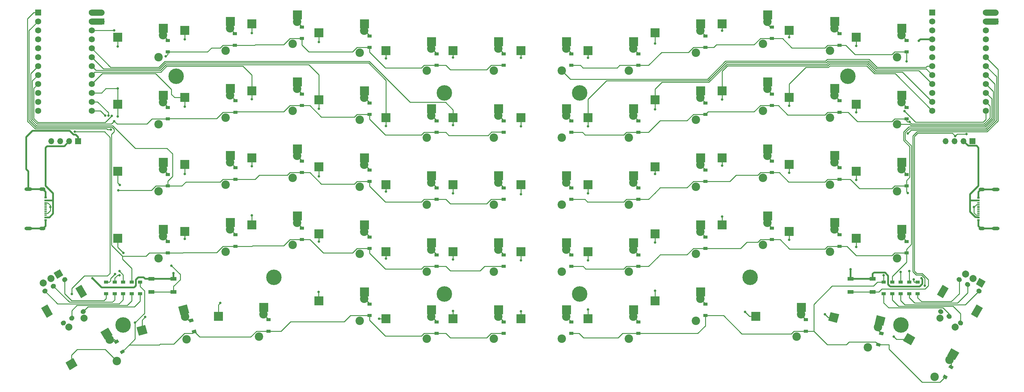
<source format=gbr>
G04 #@! TF.GenerationSoftware,KiCad,Pcbnew,(5.1.6)-1*
G04 #@! TF.CreationDate,2020-09-29T01:23:43+08:00*
G04 #@! TF.ProjectId,Cantaloupe,43616e74-616c-46f7-9570-652e6b696361,rev?*
G04 #@! TF.SameCoordinates,Original*
G04 #@! TF.FileFunction,Copper,L2,Bot*
G04 #@! TF.FilePolarity,Positive*
%FSLAX46Y46*%
G04 Gerber Fmt 4.6, Leading zero omitted, Abs format (unit mm)*
G04 Created by KiCad (PCBNEW (5.1.6)-1) date 2020-09-29 01:23:43*
%MOMM*%
%LPD*%
G01*
G04 APERTURE LIST*
G04 #@! TA.AperFunction,SMDPad,CuDef*
%ADD10R,0.800000X0.300000*%
G04 #@! TD*
G04 #@! TA.AperFunction,SMDPad,CuDef*
%ADD11R,0.800000X0.600000*%
G04 #@! TD*
G04 #@! TA.AperFunction,ComponentPad*
%ADD12O,1.800000X1.000000*%
G04 #@! TD*
G04 #@! TA.AperFunction,ComponentPad*
%ADD13O,2.200000X1.000000*%
G04 #@! TD*
G04 #@! TA.AperFunction,ComponentPad*
%ADD14R,1.752600X1.752600*%
G04 #@! TD*
G04 #@! TA.AperFunction,ComponentPad*
%ADD15C,1.752600*%
G04 #@! TD*
G04 #@! TA.AperFunction,SMDPad,CuDef*
%ADD16C,0.100000*%
G04 #@! TD*
G04 #@! TA.AperFunction,ComponentPad*
%ADD17C,2.400000*%
G04 #@! TD*
G04 #@! TA.AperFunction,SMDPad,CuDef*
%ADD18R,2.550000X2.500000*%
G04 #@! TD*
G04 #@! TA.AperFunction,ComponentPad*
%ADD19O,1.700000X1.700000*%
G04 #@! TD*
G04 #@! TA.AperFunction,ComponentPad*
%ADD20R,1.700000X1.700000*%
G04 #@! TD*
G04 #@! TA.AperFunction,SMDPad,CuDef*
%ADD21R,1.700000X1.000000*%
G04 #@! TD*
G04 #@! TA.AperFunction,ComponentPad*
%ADD22C,0.100000*%
G04 #@! TD*
G04 #@! TA.AperFunction,ComponentPad*
%ADD23C,2.000000*%
G04 #@! TD*
G04 #@! TA.AperFunction,SMDPad,CuDef*
%ADD24R,1.200000X0.900000*%
G04 #@! TD*
G04 #@! TA.AperFunction,ComponentPad*
%ADD25C,4.400000*%
G04 #@! TD*
G04 #@! TA.AperFunction,ViaPad*
%ADD26C,0.700000*%
G04 #@! TD*
G04 #@! TA.AperFunction,Conductor*
%ADD27C,0.250000*%
G04 #@! TD*
G04 #@! TA.AperFunction,Conductor*
%ADD28C,1.752600*%
G04 #@! TD*
G04 #@! TA.AperFunction,Conductor*
%ADD29C,0.500000*%
G04 #@! TD*
G04 APERTURE END LIST*
D10*
X76052598Y-111883701D03*
X76052598Y-112383701D03*
X76052598Y-115383701D03*
X76052598Y-114883701D03*
X76052598Y-113883701D03*
X76052598Y-113383701D03*
X76052598Y-114383701D03*
X76052598Y-112883701D03*
D11*
X76052598Y-111233701D03*
X76052598Y-116033701D03*
X76052598Y-116833701D03*
X76052598Y-110433701D03*
D12*
X75152598Y-108058701D03*
X75152598Y-119208701D03*
D13*
X71152598Y-108058701D03*
X71152598Y-119208701D03*
D10*
X341102598Y-115398451D03*
X341102598Y-114898451D03*
X341102598Y-111898451D03*
X341102598Y-112398451D03*
X341102598Y-113398451D03*
X341102598Y-113898451D03*
X341102598Y-112898451D03*
X341102598Y-114398451D03*
D11*
X341102598Y-116048451D03*
X341102598Y-111248451D03*
X341102598Y-110448451D03*
X341102598Y-116848451D03*
D12*
X342002598Y-119223451D03*
X342002598Y-108073451D03*
D13*
X346002598Y-119223451D03*
X346002598Y-108073451D03*
D14*
X73931395Y-57813703D03*
D15*
X73931395Y-60353703D03*
X73931395Y-62893703D03*
X73931395Y-65433703D03*
X73931395Y-67973703D03*
X73931395Y-70513703D03*
X73931395Y-73053703D03*
X73931395Y-75593703D03*
X73931395Y-78133703D03*
X73931395Y-80673703D03*
X73931395Y-83213703D03*
X89171395Y-85753703D03*
X89171395Y-83213703D03*
X89171395Y-80673703D03*
X89171395Y-78133703D03*
X89171395Y-75593703D03*
X89171395Y-73053703D03*
X89171395Y-70513703D03*
X89171395Y-67973703D03*
X89171395Y-65433703D03*
X89171395Y-62893703D03*
X89171395Y-60353703D03*
X73931395Y-85753703D03*
X89171395Y-57813703D03*
D14*
X327982598Y-57813701D03*
D15*
X327982598Y-60353701D03*
X327982598Y-62893701D03*
X327982598Y-65433701D03*
X327982598Y-67973701D03*
X327982598Y-70513701D03*
X327982598Y-73053701D03*
X327982598Y-75593701D03*
X327982598Y-78133701D03*
X327982598Y-80673701D03*
X327982598Y-83213701D03*
X343222598Y-85753701D03*
X343222598Y-83213701D03*
X343222598Y-80673701D03*
X343222598Y-78133701D03*
X343222598Y-75593701D03*
X343222598Y-73053701D03*
X343222598Y-70513701D03*
X343222598Y-67973701D03*
X343222598Y-65433701D03*
X343222598Y-62893701D03*
X343222598Y-60353701D03*
X327982598Y-85753701D03*
X343222598Y-57813701D03*
G04 #@! TA.AperFunction,SMDPad,CuDef*
D16*
G36*
X83928700Y-156026193D02*
G01*
X85178700Y-158191257D01*
X82970336Y-159466257D01*
X81720336Y-157301193D01*
X83928700Y-156026193D01*
G37*
G04 #@! TD.AperFunction*
G04 #@! TA.AperFunction,SMDPad,CuDef*
G36*
X93853810Y-147362989D02*
G01*
X95103810Y-149528053D01*
X92895446Y-150803053D01*
X91645446Y-148637989D01*
X93853810Y-147362989D01*
G37*
G04 #@! TD.AperFunction*
D17*
X94259954Y-150800450D03*
X96327422Y-156881410D03*
G04 #@! TA.AperFunction,SMDPad,CuDef*
D16*
G36*
X104379644Y-146623383D02*
G01*
X105026691Y-149038198D01*
X102563580Y-149698187D01*
X101916533Y-147283372D01*
X104379644Y-146623383D01*
G37*
G04 #@! TD.AperFunction*
G04 #@! TA.AperFunction,SMDPad,CuDef*
G36*
X116208767Y-140824178D02*
G01*
X116855814Y-143238993D01*
X114392703Y-143898982D01*
X113745656Y-141484167D01*
X116208767Y-140824178D01*
G37*
G04 #@! TD.AperFunction*
D17*
X115711391Y-144249628D03*
X116134543Y-150658485D03*
D18*
X96572395Y-121996203D03*
X109499395Y-119456203D03*
D17*
X109407395Y-121386203D03*
X108157395Y-127686203D03*
D18*
X96572396Y-102946202D03*
X109499396Y-100406202D03*
D17*
X109407396Y-102336202D03*
X108157396Y-108636202D03*
D18*
X96572398Y-83896203D03*
X109499398Y-81356203D03*
D17*
X109407398Y-83286203D03*
X108157398Y-89586203D03*
D18*
X96572389Y-64846200D03*
X109499389Y-62306200D03*
D17*
X109407389Y-64236200D03*
X108157389Y-70536200D03*
D18*
X125147393Y-144221204D03*
X138074393Y-141681204D03*
D17*
X137982393Y-143611204D03*
X136732393Y-149911204D03*
D18*
X115622393Y-120091203D03*
X128549393Y-117551203D03*
D17*
X128457393Y-119481203D03*
X127207393Y-125781203D03*
D18*
X115622396Y-101041205D03*
X128549396Y-98501205D03*
D17*
X128457396Y-100431205D03*
X127207396Y-106731205D03*
D18*
X115622396Y-81991205D03*
X128549396Y-79451205D03*
D17*
X128457396Y-81381205D03*
X127207396Y-87681205D03*
D18*
X115622395Y-62941207D03*
X128549395Y-60401207D03*
D17*
X128457395Y-62331207D03*
X127207395Y-68631207D03*
D18*
X134672398Y-118186204D03*
X147599398Y-115646204D03*
D17*
X147507398Y-117576204D03*
X146257398Y-123876204D03*
D18*
X134672395Y-99136203D03*
X147599395Y-96596203D03*
D17*
X147507395Y-98526203D03*
X146257395Y-104826203D03*
D18*
X134672398Y-80086206D03*
X147599398Y-77546206D03*
D17*
X147507398Y-79476206D03*
X146257398Y-85776206D03*
D18*
X134672393Y-61036202D03*
X147599393Y-58496202D03*
D17*
X147507393Y-60426202D03*
X146257393Y-66726202D03*
D18*
X153722396Y-139776200D03*
X166649396Y-137236200D03*
D17*
X166557396Y-139166200D03*
X165307396Y-145466200D03*
D18*
X153722397Y-120726203D03*
X166649397Y-118186203D03*
D17*
X166557397Y-120116203D03*
X165307397Y-126416203D03*
D18*
X153722393Y-101676203D03*
X166649393Y-99136203D03*
D17*
X166557393Y-101066203D03*
X165307393Y-107366203D03*
D18*
X153722396Y-82626204D03*
X166649396Y-80086204D03*
D17*
X166557396Y-82016204D03*
X165307396Y-88316204D03*
D18*
X153722395Y-63576203D03*
X166649395Y-61036203D03*
D17*
X166557395Y-62966203D03*
X165307395Y-69266203D03*
D18*
X172772396Y-144856201D03*
X185699396Y-142316201D03*
D17*
X185607396Y-144246201D03*
X184357396Y-150546201D03*
D18*
X172772396Y-125806202D03*
X185699396Y-123266202D03*
D17*
X185607396Y-125196202D03*
X184357396Y-131496202D03*
D18*
X172772396Y-106756203D03*
X185699396Y-104216203D03*
D17*
X185607396Y-106146203D03*
X184357396Y-112446203D03*
D18*
X172772393Y-87706204D03*
X185699393Y-85166204D03*
D17*
X185607393Y-87096204D03*
X184357393Y-93396204D03*
D18*
X172772395Y-68656202D03*
X185699395Y-66116202D03*
D17*
X185607395Y-68046202D03*
X184357395Y-74346202D03*
D18*
X191822399Y-144856203D03*
X204749399Y-142316203D03*
D17*
X204657399Y-144246203D03*
X203407399Y-150546203D03*
D18*
X191822396Y-125806202D03*
X204749396Y-123266202D03*
D17*
X204657396Y-125196202D03*
X203407396Y-131496202D03*
D18*
X191822401Y-106756201D03*
X204749401Y-104216201D03*
D17*
X204657401Y-106146201D03*
X203407401Y-112446201D03*
D18*
X191822392Y-87706201D03*
X204749392Y-85166201D03*
D17*
X204657392Y-87096201D03*
X203407392Y-93396201D03*
D18*
X191822394Y-68656207D03*
X204749394Y-66116207D03*
D17*
X204657394Y-68046207D03*
X203407394Y-74346207D03*
G04 #@! TA.AperFunction,ComponentPad*
G36*
G01*
X76314829Y-137518577D02*
X76141623Y-137618577D01*
G75*
G02*
X75219556Y-137371510I-337500J584567D01*
G01*
X75219556Y-137371510D01*
G75*
G02*
X75466623Y-136449443I584567J337500D01*
G01*
X75639829Y-136349443D01*
G75*
G02*
X76561896Y-136596510I337500J-584567D01*
G01*
X76561896Y-136596510D01*
G75*
G02*
X76314829Y-137518577I-584567J-337500D01*
G01*
G37*
G04 #@! TD.AperFunction*
G04 #@! TA.AperFunction,ComponentPad*
G36*
G01*
X81564829Y-146611843D02*
X81391623Y-146711843D01*
G75*
G02*
X80469556Y-146464776I-337500J584567D01*
G01*
X80469556Y-146464776D01*
G75*
G02*
X80716623Y-145542709I584567J337500D01*
G01*
X80889829Y-145442709D01*
G75*
G02*
X81811896Y-145689776I337500J-584567D01*
G01*
X81811896Y-145689776D01*
G75*
G02*
X81564829Y-146611843I-584567J-337500D01*
G01*
G37*
G04 #@! TD.AperFunction*
G04 #@! TA.AperFunction,ComponentPad*
G36*
G01*
X83946399Y-145236843D02*
X83773193Y-145336843D01*
G75*
G02*
X82851126Y-145089776I-337500J584567D01*
G01*
X82851126Y-145089776D01*
G75*
G02*
X83098193Y-144167709I584567J337500D01*
G01*
X83271399Y-144067709D01*
G75*
G02*
X84193466Y-144314776I337500J-584567D01*
G01*
X84193466Y-144314776D01*
G75*
G02*
X83946399Y-145236843I-584567J-337500D01*
G01*
G37*
G04 #@! TD.AperFunction*
G04 #@! TA.AperFunction,ComponentPad*
G36*
G01*
X78696399Y-136143577D02*
X78523193Y-136243577D01*
G75*
G02*
X77601126Y-135996510I-337500J584567D01*
G01*
X77601126Y-135996510D01*
G75*
G02*
X77848193Y-135074443I584567J337500D01*
G01*
X78021399Y-134974443D01*
G75*
G02*
X78943466Y-135221510I337500J-584567D01*
G01*
X78943466Y-135221510D01*
G75*
G02*
X78696399Y-136143577I-584567J-337500D01*
G01*
G37*
G04 #@! TD.AperFunction*
G04 #@! TA.AperFunction,ComponentPad*
G36*
G01*
X87185334Y-143366843D02*
X87012128Y-143466843D01*
G75*
G02*
X86090061Y-143219776I-337500J584567D01*
G01*
X86090061Y-143219776D01*
G75*
G02*
X86337128Y-142297709I584567J337500D01*
G01*
X86510334Y-142197709D01*
G75*
G02*
X87432401Y-142444776I337500J-584567D01*
G01*
X87432401Y-142444776D01*
G75*
G02*
X87185334Y-143366843I-584567J-337500D01*
G01*
G37*
G04 #@! TD.AperFunction*
G04 #@! TA.AperFunction,ComponentPad*
G36*
G01*
X81935334Y-134273577D02*
X81762128Y-134373577D01*
G75*
G02*
X80840061Y-134126510I-337500J584567D01*
G01*
X80840061Y-134126510D01*
G75*
G02*
X81087128Y-133204443I584567J337500D01*
G01*
X81260334Y-133104443D01*
G75*
G02*
X82182401Y-133351510I337500J-584567D01*
G01*
X82182401Y-133351510D01*
G75*
G02*
X81935334Y-134273577I-584567J-337500D01*
G01*
G37*
G04 #@! TD.AperFunction*
G04 #@! TA.AperFunction,ComponentPad*
G36*
G01*
X335383200Y-134368575D02*
X335209994Y-134268575D01*
G75*
G02*
X334962927Y-133346508I337500J584567D01*
G01*
X334962927Y-133346508D01*
G75*
G02*
X335884994Y-133099441I584567J-337500D01*
G01*
X336058200Y-133199441D01*
G75*
G02*
X336305267Y-134121508I-337500J-584567D01*
G01*
X336305267Y-134121508D01*
G75*
G02*
X335383200Y-134368575I-584567J337500D01*
G01*
G37*
G04 #@! TD.AperFunction*
G04 #@! TA.AperFunction,ComponentPad*
G36*
G01*
X330133200Y-143461841D02*
X329959994Y-143361841D01*
G75*
G02*
X329712927Y-142439774I337500J584567D01*
G01*
X329712927Y-142439774D01*
G75*
G02*
X330634994Y-142192707I584567J-337500D01*
G01*
X330808200Y-142292707D01*
G75*
G02*
X331055267Y-143214774I-337500J-584567D01*
G01*
X331055267Y-143214774D01*
G75*
G02*
X330133200Y-143461841I-584567J337500D01*
G01*
G37*
G04 #@! TD.AperFunction*
G04 #@! TA.AperFunction,ComponentPad*
G36*
G01*
X332514770Y-144836841D02*
X332341564Y-144736841D01*
G75*
G02*
X332094497Y-143814774I337500J584567D01*
G01*
X332094497Y-143814774D01*
G75*
G02*
X333016564Y-143567707I584567J-337500D01*
G01*
X333189770Y-143667707D01*
G75*
G02*
X333436837Y-144589774I-337500J-584567D01*
G01*
X333436837Y-144589774D01*
G75*
G02*
X332514770Y-144836841I-584567J337500D01*
G01*
G37*
G04 #@! TD.AperFunction*
G04 #@! TA.AperFunction,ComponentPad*
G36*
G01*
X337764770Y-135743575D02*
X337591564Y-135643575D01*
G75*
G02*
X337344497Y-134721508I337500J584567D01*
G01*
X337344497Y-134721508D01*
G75*
G02*
X338266564Y-134474441I584567J-337500D01*
G01*
X338439770Y-134574441D01*
G75*
G02*
X338686837Y-135496508I-337500J-584567D01*
G01*
X338686837Y-135496508D01*
G75*
G02*
X337764770Y-135743575I-584567J337500D01*
G01*
G37*
G04 #@! TD.AperFunction*
G04 #@! TA.AperFunction,ComponentPad*
G36*
G01*
X335753705Y-146706841D02*
X335580499Y-146606841D01*
G75*
G02*
X335333432Y-145684774I337500J584567D01*
G01*
X335333432Y-145684774D01*
G75*
G02*
X336255499Y-145437707I584567J-337500D01*
G01*
X336428705Y-145537707D01*
G75*
G02*
X336675772Y-146459774I-337500J-584567D01*
G01*
X336675772Y-146459774D01*
G75*
G02*
X335753705Y-146706841I-584567J337500D01*
G01*
G37*
G04 #@! TD.AperFunction*
G04 #@! TA.AperFunction,ComponentPad*
G36*
G01*
X341003705Y-137613575D02*
X340830499Y-137513575D01*
G75*
G02*
X340583432Y-136591508I337500J584567D01*
G01*
X340583432Y-136591508D01*
G75*
G02*
X341505499Y-136344441I584567J-337500D01*
G01*
X341678705Y-136444441D01*
G75*
G02*
X341925772Y-137366508I-337500J-584567D01*
G01*
X341925772Y-137366508D01*
G75*
G02*
X341003705Y-137613575I-584567J337500D01*
G01*
G37*
G04 #@! TD.AperFunction*
G04 #@! TA.AperFunction,SMDPad,CuDef*
D16*
G36*
X323162072Y-150216193D02*
G01*
X321912072Y-152381257D01*
X319703708Y-151106257D01*
X320953708Y-148941193D01*
X323162072Y-150216193D01*
G37*
G04 #@! TD.AperFunction*
G04 #@! TA.AperFunction,SMDPad,CuDef*
G36*
X335627182Y-154479989D02*
G01*
X334377182Y-156645053D01*
X332168818Y-155370053D01*
X333418818Y-153204989D01*
X335627182Y-154479989D01*
G37*
G04 #@! TD.AperFunction*
D17*
X332853326Y-156550450D03*
X328620794Y-161381410D03*
G04 #@! TA.AperFunction,SMDPad,CuDef*
D16*
G36*
X301550291Y-143615910D02*
G01*
X300903244Y-146030725D01*
X298440133Y-145370736D01*
X299087180Y-142955921D01*
X301550291Y-143615910D01*
G37*
G04 #@! TD.AperFunction*
G04 #@! TA.AperFunction,SMDPad,CuDef*
G36*
X314694214Y-144508213D02*
G01*
X314047167Y-146923028D01*
X311584056Y-146263039D01*
X312231103Y-143848224D01*
X314694214Y-144508213D01*
G37*
G04 #@! TD.AperFunction*
D17*
X312550749Y-147226051D03*
X309712782Y-152987860D03*
D18*
X306411595Y-121996203D03*
X319338595Y-119456203D03*
D17*
X319246595Y-121386203D03*
X317996595Y-127686203D03*
D18*
X306411592Y-102946204D03*
X319338592Y-100406204D03*
D17*
X319246592Y-102336204D03*
X317996592Y-108636204D03*
D18*
X306411593Y-83896204D03*
X319338593Y-81356204D03*
D17*
X319246593Y-83286204D03*
X317996593Y-89586204D03*
D18*
X306411597Y-64846202D03*
X319338597Y-62306202D03*
D17*
X319246597Y-64236202D03*
X317996597Y-70536202D03*
D18*
X277836595Y-144221203D03*
X290763595Y-141681203D03*
D17*
X290671595Y-143611203D03*
X289421595Y-149911203D03*
D18*
X287361597Y-120091208D03*
X300288597Y-117551208D03*
D17*
X300196597Y-119481208D03*
X298946597Y-125781208D03*
D18*
X287361596Y-101041202D03*
X300288596Y-98501202D03*
D17*
X300196596Y-100431202D03*
X298946596Y-106731202D03*
D18*
X287361597Y-81991205D03*
X300288597Y-79451205D03*
D17*
X300196597Y-81381205D03*
X298946597Y-87681205D03*
D18*
X287361596Y-62941205D03*
X300288596Y-60401205D03*
D17*
X300196596Y-62331205D03*
X298946596Y-68631205D03*
D18*
X268311595Y-118186201D03*
X281238595Y-115646201D03*
D17*
X281146595Y-117576201D03*
X279896595Y-123876201D03*
D18*
X268311595Y-99136205D03*
X281238595Y-96596205D03*
D17*
X281146595Y-98526205D03*
X279896595Y-104826205D03*
D18*
X268311595Y-80086204D03*
X281238595Y-77546204D03*
D17*
X281146595Y-79476204D03*
X279896595Y-85776204D03*
D18*
X268311597Y-61036202D03*
X281238597Y-58496202D03*
D17*
X281146597Y-60426202D03*
X279896597Y-66726202D03*
D18*
X249261594Y-139776203D03*
X262188594Y-137236203D03*
D17*
X262096594Y-139166203D03*
X260846594Y-145466203D03*
D18*
X249261594Y-120726200D03*
X262188594Y-118186200D03*
D17*
X262096594Y-120116200D03*
X260846594Y-126416200D03*
D18*
X249261591Y-101676206D03*
X262188591Y-99136206D03*
D17*
X262096591Y-101066206D03*
X260846591Y-107366206D03*
D18*
X249261594Y-82626201D03*
X262188594Y-80086201D03*
D17*
X262096594Y-82016201D03*
X260846594Y-88316201D03*
D18*
X249261595Y-63576206D03*
X262188595Y-61036206D03*
D17*
X262096595Y-62966206D03*
X260846595Y-69266206D03*
D18*
X230211594Y-144856201D03*
X243138594Y-142316201D03*
D17*
X243046594Y-144246201D03*
X241796594Y-150546201D03*
D18*
X230211595Y-125806201D03*
X243138595Y-123266201D03*
D17*
X243046595Y-125196201D03*
X241796595Y-131496201D03*
D18*
X230211593Y-106756202D03*
X243138593Y-104216202D03*
D17*
X243046593Y-106146202D03*
X241796593Y-112446202D03*
D18*
X230211595Y-87706205D03*
X243138595Y-85166205D03*
D17*
X243046595Y-87096205D03*
X241796595Y-93396205D03*
D18*
X230211592Y-68656200D03*
X243138592Y-66116200D03*
D17*
X243046592Y-68046200D03*
X241796592Y-74346200D03*
D18*
X211161593Y-144856205D03*
X224088593Y-142316205D03*
D17*
X223996593Y-144246205D03*
X222746593Y-150546205D03*
D18*
X211161594Y-125806203D03*
X224088594Y-123266203D03*
D17*
X223996594Y-125196203D03*
X222746594Y-131496203D03*
D18*
X211161591Y-106756201D03*
X224088591Y-104216201D03*
D17*
X223996591Y-106146201D03*
X222746591Y-112446201D03*
D18*
X211161600Y-87706200D03*
X224088600Y-85166200D03*
D17*
X223996600Y-87096200D03*
X222746600Y-93396200D03*
D18*
X211161597Y-68656205D03*
X224088597Y-66116205D03*
D17*
X223996597Y-68046205D03*
X222746597Y-74346205D03*
D19*
X77722395Y-94400000D03*
X80262395Y-94400000D03*
X82802395Y-94400000D03*
D20*
X85342395Y-94400000D03*
D19*
X91882395Y-57811203D03*
D20*
X91882395Y-60351203D03*
D19*
X331786395Y-94400000D03*
X334326395Y-94400000D03*
X336866395Y-94400000D03*
D20*
X339406395Y-94400000D03*
D19*
X345952598Y-57811203D03*
D20*
X345952598Y-60351203D03*
D21*
X112430000Y-133470000D03*
X106130000Y-133470000D03*
X112430000Y-137270000D03*
X106130000Y-137270000D03*
X311024000Y-133470000D03*
X304724000Y-133470000D03*
X311024000Y-137270000D03*
X304724000Y-137270000D03*
G04 #@! TA.AperFunction,ComponentPad*
D22*
G36*
X330907913Y-135220000D02*
G01*
X332639963Y-136220000D01*
X331039963Y-138991282D01*
X329307913Y-137991282D01*
X330907913Y-135220000D01*
G37*
G04 #@! TD.AperFunction*
G04 #@! TA.AperFunction,ComponentPad*
G36*
X340607397Y-140820000D02*
G01*
X342339447Y-141820000D01*
X340739447Y-144591282D01*
X339007397Y-143591282D01*
X340607397Y-140820000D01*
G37*
G04 #@! TD.AperFunction*
D23*
X330158616Y-144717819D03*
X337408616Y-132160450D03*
X339573680Y-133410450D03*
G04 #@! TA.AperFunction,ComponentPad*
D22*
G36*
X341372719Y-133294425D02*
G01*
X343104769Y-134294425D01*
X342104769Y-136026475D01*
X340372719Y-135026475D01*
X341372719Y-133294425D01*
G37*
G04 #@! TD.AperFunction*
D23*
X334488744Y-147217819D03*
G04 #@! TA.AperFunction,ComponentPad*
D22*
G36*
X74814542Y-141820002D02*
G01*
X76546592Y-140820002D01*
X78146592Y-143591284D01*
X76414542Y-144591284D01*
X74814542Y-141820002D01*
G37*
G04 #@! TD.AperFunction*
G04 #@! TA.AperFunction,ComponentPad*
G36*
X84514026Y-136220002D02*
G01*
X86246076Y-135220002D01*
X87846076Y-137991284D01*
X86114026Y-138991284D01*
X84514026Y-136220002D01*
G37*
G04 #@! TD.AperFunction*
D23*
X82665245Y-147217821D03*
X75415245Y-134660452D03*
X77580309Y-133410452D03*
G04 #@! TA.AperFunction,ComponentPad*
D22*
G36*
X78379348Y-131794427D02*
G01*
X80111398Y-130794427D01*
X81111398Y-132526477D01*
X79379348Y-133526477D01*
X78379348Y-131794427D01*
G37*
G04 #@! TD.AperFunction*
D23*
X86995373Y-144717821D03*
D24*
X100545395Y-137711206D03*
X100545395Y-134411206D03*
X93306401Y-137711202D03*
X93306401Y-134411202D03*
X98132395Y-137711203D03*
X98132395Y-134411203D03*
X95719395Y-137711204D03*
X95719395Y-134411204D03*
X102958394Y-137711203D03*
X102958394Y-134411203D03*
X323847592Y-137711203D03*
X323847592Y-134411203D03*
X314195598Y-137711203D03*
X314195598Y-134411203D03*
X321434594Y-137711204D03*
X321434594Y-134411204D03*
X316608596Y-137711202D03*
X316608596Y-134411202D03*
X319021595Y-137711203D03*
X319021595Y-134411203D03*
X320640346Y-84786206D03*
X320640346Y-88086206D03*
X320640347Y-65736203D03*
X320640347Y-69036203D03*
G04 #@! TA.AperFunction,SMDPad,CuDef*
D16*
G36*
X333604960Y-159236070D02*
G01*
X332565730Y-158636070D01*
X333015730Y-157856648D01*
X334054960Y-158456648D01*
X333604960Y-159236070D01*
G37*
G04 #@! TD.AperFunction*
G04 #@! TA.AperFunction,SMDPad,CuDef*
G36*
X331954960Y-162093954D02*
G01*
X330915730Y-161493954D01*
X331365730Y-160714532D01*
X332404960Y-161314532D01*
X331954960Y-162093954D01*
G37*
G04 #@! TD.AperFunction*
D24*
X244440345Y-126696204D03*
X244440345Y-129996204D03*
X263490345Y-102566206D03*
X263490345Y-105866206D03*
X301590347Y-120981206D03*
X301590347Y-124281206D03*
X225390344Y-107646203D03*
X225390344Y-110946203D03*
X282381593Y-119076202D03*
X282381593Y-122376202D03*
X225390345Y-126696204D03*
X225390345Y-129996204D03*
X225390344Y-88596205D03*
X225390344Y-91896205D03*
X244440345Y-69546204D03*
X244440345Y-72846204D03*
X301590348Y-101931208D03*
X301590348Y-105231208D03*
X282381595Y-80976206D03*
X282381595Y-84276206D03*
X244440345Y-88596201D03*
X244440345Y-91896201D03*
G04 #@! TA.AperFunction,SMDPad,CuDef*
D16*
G36*
X313971867Y-149625627D02*
G01*
X312812756Y-149315044D01*
X313045693Y-148445711D01*
X314204804Y-148756294D01*
X313971867Y-149625627D01*
G37*
G04 #@! TD.AperFunction*
G04 #@! TA.AperFunction,SMDPad,CuDef*
G36*
X313117765Y-152813183D02*
G01*
X311958654Y-152502600D01*
X312191591Y-151633267D01*
X313350702Y-151943850D01*
X313117765Y-152813183D01*
G37*
G04 #@! TD.AperFunction*
D24*
X168109895Y-83516206D03*
X168109895Y-86816206D03*
X206209894Y-88596202D03*
X206209894Y-91896202D03*
X187159897Y-107646205D03*
X187159897Y-110946205D03*
X244440345Y-107646204D03*
X244440345Y-110946204D03*
X282381593Y-100026202D03*
X282381593Y-103326202D03*
X168109891Y-64466205D03*
X168109891Y-67766205D03*
X206209895Y-69546206D03*
X206209895Y-72846206D03*
X206209895Y-145746205D03*
X206209895Y-149046205D03*
X263490345Y-121616206D03*
X263490345Y-124916206D03*
X301590346Y-82881203D03*
X301590346Y-86181203D03*
X301590348Y-63831205D03*
X301590348Y-67131205D03*
X244440345Y-145746204D03*
X244440345Y-149046204D03*
X263490344Y-140666206D03*
X263490344Y-143966206D03*
X187159895Y-69546204D03*
X187159895Y-72846204D03*
X282381593Y-61926202D03*
X282381593Y-65226202D03*
X263490344Y-64466204D03*
X263490344Y-67766204D03*
X187159896Y-88596203D03*
X187159896Y-91896203D03*
X263490341Y-83516207D03*
X263490341Y-86816207D03*
X206209892Y-107646204D03*
X206209892Y-110946204D03*
X187159895Y-126696204D03*
X187159895Y-129996204D03*
X187159895Y-145746204D03*
X187159895Y-149046204D03*
X320640346Y-122886205D03*
X320640346Y-126186205D03*
X320640345Y-103836205D03*
X320640345Y-107136205D03*
X148901143Y-119076202D03*
X148901143Y-122376202D03*
X148901143Y-61926202D03*
X148901143Y-65226202D03*
X110801145Y-122886199D03*
X110801145Y-126186199D03*
G04 #@! TA.AperFunction,SMDPad,CuDef*
D16*
G36*
X118141902Y-145617162D02*
G01*
X116982791Y-145927745D01*
X116749854Y-145058412D01*
X117908965Y-144747829D01*
X118141902Y-145617162D01*
G37*
G04 #@! TD.AperFunction*
G04 #@! TA.AperFunction,SMDPad,CuDef*
G36*
X118996004Y-148804718D02*
G01*
X117836893Y-149115301D01*
X117603956Y-148245968D01*
X118763067Y-147935385D01*
X118996004Y-148804718D01*
G37*
G04 #@! TD.AperFunction*
G04 #@! TA.AperFunction,SMDPad,CuDef*
G36*
X96961592Y-151492323D02*
G01*
X95922362Y-152092323D01*
X95472362Y-151312901D01*
X96511592Y-150712901D01*
X96961592Y-151492323D01*
G37*
G04 #@! TD.AperFunction*
G04 #@! TA.AperFunction,SMDPad,CuDef*
G36*
X98611592Y-154350207D02*
G01*
X97572362Y-154950207D01*
X97122362Y-154170785D01*
X98161592Y-153570785D01*
X98611592Y-154350207D01*
G37*
G04 #@! TD.AperFunction*
D24*
X148901143Y-80976202D03*
X148901143Y-84276202D03*
X139376143Y-145111201D03*
X139376143Y-148411201D03*
X110801144Y-84786202D03*
X110801144Y-88086202D03*
X168109895Y-140666206D03*
X168109895Y-143966206D03*
X129851143Y-63831206D03*
X129851143Y-67131206D03*
X110801144Y-103836203D03*
X110801144Y-107136203D03*
X130009897Y-101931206D03*
X130009897Y-105231206D03*
X130009896Y-120981204D03*
X130009896Y-124281204D03*
X168109895Y-102566206D03*
X168109895Y-105866206D03*
X168109894Y-121616206D03*
X168109894Y-124916206D03*
X130009897Y-82881206D03*
X130009897Y-86181206D03*
X110801144Y-65736203D03*
X110801144Y-69036203D03*
X206209895Y-126696204D03*
X206209895Y-129996204D03*
X148901144Y-100026205D03*
X148901144Y-103326205D03*
X292065344Y-145111204D03*
X292065344Y-148411204D03*
D25*
X113182400Y-75958700D03*
X189382400Y-137871200D03*
X319052858Y-146602450D03*
X189382400Y-80721200D03*
X303971600Y-75958700D03*
X227797008Y-137871200D03*
X276190358Y-133108700D03*
D24*
X225390345Y-145746204D03*
X225390345Y-149046204D03*
X225390346Y-69546200D03*
X225390346Y-72846200D03*
D25*
X227771600Y-80721200D03*
X140963650Y-133108700D03*
X98101150Y-146602450D03*
D26*
X320056581Y-85821205D03*
X322726395Y-133698249D03*
X320640347Y-71709701D03*
X321544568Y-88923451D03*
X321426395Y-131311203D03*
X320996395Y-109150000D03*
X319021595Y-131552327D03*
X321003403Y-92216701D03*
X314176395Y-132511203D03*
X306384594Y-67297305D03*
X306384594Y-86220305D03*
X306384594Y-105397305D03*
X306384594Y-124447305D03*
X317052595Y-149936205D03*
X268284594Y-62979305D03*
X268284594Y-115811305D03*
X268284594Y-101333305D03*
X268284594Y-82537305D03*
X274761595Y-142951205D03*
X287334594Y-103365305D03*
X287334594Y-122415305D03*
X287334594Y-64884305D03*
X287334594Y-84315305D03*
X297494595Y-143586205D03*
X211134594Y-142735305D03*
X211134594Y-90157305D03*
X211134594Y-70726305D03*
X211134594Y-128257305D03*
X211134594Y-109461305D03*
X230184594Y-142227305D03*
X230184594Y-90157305D03*
X230184594Y-70726305D03*
X230184594Y-109207305D03*
X230184594Y-128257305D03*
X249234594Y-103746305D03*
X249234594Y-123177305D03*
X249234594Y-85331305D03*
X249234594Y-66662305D03*
X249234594Y-136893305D03*
X325851597Y-135498451D03*
X110210597Y-70307205D03*
X95824592Y-132169006D03*
X94882395Y-87161203D03*
X97071385Y-132461203D03*
X95582395Y-88711203D03*
X96748592Y-108407200D03*
X97071385Y-131348451D03*
X94646369Y-91097229D03*
X101507597Y-145998451D03*
X339826597Y-113148451D03*
X77426597Y-113148451D03*
X334512400Y-92918447D03*
X337726228Y-92372275D03*
X111782597Y-129748451D03*
X95562345Y-62893703D03*
X191858895Y-89865203D03*
X191858895Y-128028703D03*
X191858895Y-109232703D03*
X191858895Y-142633703D03*
X191858895Y-70624703D03*
X172808895Y-90119203D03*
X172808895Y-108724703D03*
X170840394Y-144856207D03*
X172808895Y-70878703D03*
X172808895Y-127774703D03*
X153758895Y-85166203D03*
X153631895Y-137236203D03*
X153758895Y-104406703D03*
X153758895Y-122948703D03*
X153758895Y-66243203D03*
X134708895Y-63639703D03*
X134708895Y-82499203D03*
X134708895Y-101549203D03*
X134708895Y-115519203D03*
X125704595Y-140411205D03*
X115658895Y-65417703D03*
X115658895Y-122186703D03*
X115658895Y-84594703D03*
X115658895Y-103708203D03*
X104368595Y-144348205D03*
X98196395Y-126187203D03*
X96572389Y-67435403D03*
X96572398Y-87403006D03*
X97138897Y-106843907D03*
X96572398Y-79438252D03*
X83507597Y-137848451D03*
X84378262Y-91692761D03*
X93935377Y-87153626D03*
X93011269Y-87123139D03*
X324876597Y-133373451D03*
X304724000Y-130817013D03*
X324144015Y-65886203D03*
X89407597Y-133373451D03*
X112430000Y-131923013D03*
D27*
X224088597Y-66116205D02*
X224088597Y-67992454D01*
X224088597Y-67992454D02*
X225390346Y-69294203D01*
X224088600Y-87169461D02*
X225390344Y-88471205D01*
X224088600Y-85166200D02*
X224088600Y-87169461D01*
X224088591Y-104216201D02*
X224088591Y-106219450D01*
X224088591Y-106219450D02*
X225390344Y-107521203D01*
X224088594Y-123266203D02*
X224088594Y-125269453D01*
X224088594Y-125269453D02*
X225390345Y-126571204D01*
X224088593Y-142316205D02*
X224088593Y-144319452D01*
X224088593Y-144319452D02*
X225390345Y-145621204D01*
X243138592Y-66116200D02*
X243138592Y-68119451D01*
X243138592Y-68119451D02*
X244440345Y-69421204D01*
X243138595Y-87169451D02*
X244440345Y-88471201D01*
X243138595Y-85166205D02*
X243138595Y-87169451D01*
X243138593Y-104216202D02*
X243138593Y-106219452D01*
X243138593Y-106219452D02*
X244440345Y-107521204D01*
X243138595Y-123266201D02*
X243138595Y-125269454D01*
X243138595Y-125269454D02*
X244440345Y-126571204D01*
X243138594Y-142316201D02*
X243138594Y-144319453D01*
X243138594Y-144319453D02*
X244440345Y-145621204D01*
X262188595Y-63039455D02*
X263490344Y-64341204D01*
X261594595Y-61036206D02*
X261594595Y-63039455D01*
X262188594Y-82089460D02*
X263490341Y-83391207D01*
X262188594Y-80086201D02*
X262188594Y-82089460D01*
X262188591Y-101139452D02*
X263490345Y-102441206D01*
X262188591Y-99136206D02*
X262188591Y-101139452D01*
X262188594Y-118186200D02*
X262188594Y-120189455D01*
X262188594Y-120189455D02*
X263490345Y-121491206D01*
X262188594Y-139239456D02*
X263490344Y-140541206D01*
X262188594Y-137236203D02*
X262188594Y-139239456D01*
X280644597Y-58496202D02*
X280644597Y-60658206D01*
X280644597Y-60658206D02*
X281787593Y-61801202D01*
X281238595Y-77546204D02*
X281238595Y-79708206D01*
X281238595Y-79708206D02*
X282381595Y-80851206D01*
X281238595Y-98758204D02*
X282381593Y-99901202D01*
X281238595Y-96596205D02*
X281238595Y-98758204D01*
X281238595Y-117808204D02*
X282381593Y-118951202D01*
X281238595Y-115646201D02*
X281238595Y-117808204D01*
X299694596Y-60401205D02*
X299694596Y-62404453D01*
X300288596Y-62404453D02*
X301590348Y-63706205D01*
X300288597Y-79451205D02*
X300288597Y-81454454D01*
X300288597Y-81454454D02*
X301590346Y-82756203D01*
X300288596Y-98501202D02*
X300288596Y-100504456D01*
X300288596Y-100504456D02*
X301590348Y-101806208D01*
X300288597Y-117551208D02*
X300288597Y-119554456D01*
X300288597Y-119554456D02*
X301590347Y-120856206D01*
X290763595Y-143809455D02*
X292065344Y-145111204D01*
X290763595Y-141681203D02*
X290763595Y-143809455D01*
X319338597Y-62306202D02*
X319338597Y-64309453D01*
X319338597Y-64309453D02*
X320640347Y-65611203D01*
X319338593Y-81356204D02*
X319338593Y-83359453D01*
X319338593Y-83359453D02*
X320640346Y-84661206D01*
X319338592Y-102409452D02*
X320640345Y-103711205D01*
X319338592Y-100406204D02*
X319338592Y-102409452D01*
X319338595Y-119456203D02*
X319338595Y-121459454D01*
X319338595Y-121459454D02*
X320640346Y-122761205D01*
X312550749Y-148077638D02*
X313508780Y-149035669D01*
X312550749Y-147226051D02*
X312550749Y-148077638D01*
X312550749Y-145974012D02*
X313139135Y-145385626D01*
X312550749Y-147226051D02*
X312550749Y-145974012D01*
X335634097Y-133734008D02*
X335634097Y-137703461D01*
X335634097Y-137703461D02*
X333376395Y-139961163D01*
X333376395Y-139961163D02*
X324876355Y-139961163D01*
X323847592Y-138932400D02*
X323847592Y-137711203D01*
X324876355Y-139961163D02*
X323847592Y-138932400D01*
X333372846Y-155450175D02*
X333898000Y-154925021D01*
X333372846Y-158438109D02*
X333372846Y-155450175D01*
X332853326Y-155969695D02*
X333898000Y-154925021D01*
X332853326Y-156550450D02*
X332853326Y-155969695D01*
X282381593Y-65226202D02*
X285428602Y-65226202D01*
X301590348Y-67131205D02*
X303411599Y-67131205D01*
X303411599Y-67131205D02*
X306041597Y-69761203D01*
X301565347Y-67106204D02*
X301590348Y-67131205D01*
X297464593Y-67856206D02*
X298214595Y-67106204D01*
X298214595Y-67106204D02*
X301565347Y-67106204D01*
X288058606Y-67856206D02*
X297464593Y-67856206D01*
X285428602Y-65226202D02*
X288058606Y-67856206D01*
X320615345Y-69011201D02*
X320640347Y-69036203D01*
X317264596Y-69011201D02*
X320615345Y-69011201D01*
X306041597Y-69761203D02*
X316514594Y-69761203D01*
X316514594Y-69761203D02*
X317264596Y-69011201D01*
X265872598Y-67766204D02*
X263490344Y-67766204D01*
X238436593Y-73571201D02*
X228751603Y-73571201D01*
X228751603Y-73571201D02*
X228026602Y-72846200D01*
X239186595Y-72821199D02*
X238436593Y-73571201D01*
X244415340Y-72821199D02*
X239186595Y-72821199D01*
X244440345Y-72846204D02*
X244415340Y-72821199D01*
X228026602Y-72846200D02*
X225390346Y-72846200D01*
X282356592Y-65201201D02*
X282381593Y-65226202D01*
X279164596Y-65201201D02*
X282356592Y-65201201D01*
X277364596Y-67001201D02*
X279164596Y-65201201D01*
X266637601Y-67001201D02*
X277364596Y-67001201D01*
X265872598Y-67766204D02*
X266637601Y-67001201D01*
X323847592Y-134411203D02*
X322876395Y-134411203D01*
X322876395Y-134411203D02*
X322726395Y-134261203D01*
X322726395Y-134261203D02*
X322726395Y-133448249D01*
X322726395Y-134261203D02*
X322726395Y-133698249D01*
X320640347Y-69036203D02*
X320640347Y-71709701D01*
X247378844Y-72846204D02*
X244440345Y-72846204D01*
X247378844Y-72846204D02*
X251051597Y-69173451D01*
X263465345Y-67741205D02*
X263490344Y-67766204D01*
X260114594Y-67741205D02*
X263465345Y-67741205D01*
X258682348Y-69173451D02*
X260114594Y-67741205D01*
X251051597Y-69173451D02*
X258682348Y-69173451D01*
X320056581Y-85821205D02*
X323232591Y-88997215D01*
X343222598Y-88242908D02*
X343222598Y-85753701D01*
X323232591Y-88997215D02*
X342468291Y-88997215D01*
X342468291Y-88997215D02*
X343222598Y-88242908D01*
X301565347Y-86156204D02*
X301590346Y-86181203D01*
X298214596Y-86156204D02*
X301565347Y-86156204D01*
X297464594Y-86906206D02*
X298214596Y-86156204D01*
X279164594Y-84251203D02*
X282356592Y-84251203D01*
X277364594Y-86051203D02*
X279164594Y-84251203D01*
X264255345Y-86051203D02*
X277364594Y-86051203D01*
X282356592Y-84251203D02*
X282381595Y-84276206D01*
X263490341Y-86816207D02*
X264255345Y-86051203D01*
X244415348Y-91871204D02*
X244440345Y-91896201D01*
X241064594Y-91871204D02*
X244415348Y-91871204D01*
X240314592Y-92621206D02*
X241064594Y-91871204D01*
X228608595Y-91896205D02*
X229333596Y-92621206D01*
X225390344Y-91896205D02*
X228608595Y-91896205D01*
X229333596Y-92621206D02*
X240314592Y-92621206D01*
X284234596Y-84276206D02*
X286864596Y-86906206D01*
X282381595Y-84276206D02*
X284234596Y-84276206D01*
X286864596Y-86906206D02*
X297464594Y-86906206D01*
X320615343Y-88061203D02*
X320640346Y-88086206D01*
X317313845Y-88061203D02*
X320615343Y-88061203D01*
X316563843Y-88811205D02*
X317313845Y-88061203D01*
X306727597Y-88811205D02*
X316563843Y-88811205D01*
X304097595Y-86181203D02*
X306727597Y-88811205D01*
X301590346Y-86181203D02*
X304097595Y-86181203D01*
X263465334Y-86791200D02*
X263490341Y-86816207D01*
X260114593Y-86791200D02*
X263465334Y-86791200D01*
X258314593Y-88591200D02*
X260114593Y-86791200D01*
X250683845Y-88591200D02*
X258314593Y-88591200D01*
X247378844Y-91896201D02*
X250683845Y-88591200D01*
X244440345Y-91896201D02*
X247378844Y-91896201D01*
X344423898Y-87678018D02*
X342654691Y-89447225D01*
X343222598Y-83213701D02*
X344423898Y-84415001D01*
X344423898Y-84415001D02*
X344423898Y-87678018D01*
X320640346Y-88086206D02*
X320640346Y-88662200D01*
X320901597Y-88923451D02*
X321544568Y-88923451D01*
X320640346Y-88662200D02*
X320901597Y-88923451D01*
X321426395Y-131311203D02*
X321426395Y-134403005D01*
X321426395Y-134403005D02*
X321434594Y-134411204D01*
X322068342Y-89447225D02*
X321544568Y-88923451D01*
X327625371Y-89447225D02*
X322068342Y-89447225D01*
X342654691Y-89447225D02*
X327625371Y-89447225D01*
X247378844Y-110946204D02*
X244440345Y-110946204D01*
X320615343Y-107111203D02*
X320640345Y-107136205D01*
X316514589Y-107861205D02*
X317264591Y-107111203D01*
X317264591Y-107111203D02*
X320615343Y-107111203D01*
X304681600Y-105231208D02*
X307311597Y-107861205D01*
X301590348Y-105231208D02*
X304681600Y-105231208D01*
X307311597Y-107861205D02*
X316514589Y-107861205D01*
X263490345Y-105866206D02*
X270444596Y-105866206D01*
X279164594Y-103301204D02*
X282356595Y-103301204D01*
X282356595Y-103301204D02*
X282381593Y-103326202D01*
X278414592Y-104051206D02*
X279164594Y-103301204D01*
X272259596Y-104051206D02*
X278414592Y-104051206D01*
X270444596Y-105866206D02*
X272259596Y-104051206D01*
X301565341Y-105206201D02*
X301590348Y-105231208D01*
X298214595Y-105206201D02*
X301565341Y-105206201D01*
X297464593Y-105956203D02*
X298214595Y-105206201D01*
X284539594Y-103326202D02*
X287169595Y-105956203D01*
X282381593Y-103326202D02*
X284539594Y-103326202D01*
X287169595Y-105956203D02*
X297464593Y-105956203D01*
X244415342Y-110921201D02*
X244440345Y-110946204D01*
X230019605Y-111671203D02*
X240314590Y-111671203D01*
X229294605Y-110946203D02*
X230019605Y-111671203D01*
X241064592Y-110921201D02*
X244415342Y-110921201D01*
X240314590Y-111671203D02*
X241064592Y-110921201D01*
X225390344Y-110946203D02*
X229294605Y-110946203D01*
X319021595Y-134411203D02*
X319021595Y-131552327D01*
X263465344Y-105841205D02*
X263490345Y-105866206D01*
X250683842Y-107641205D02*
X258314590Y-107641205D01*
X249209594Y-109115453D02*
X250683842Y-107641205D01*
X258314590Y-107641205D02*
X260114590Y-105841205D01*
X247378844Y-110946204D02*
X249209594Y-109115453D01*
X260114590Y-105841205D02*
X263465344Y-105841205D01*
X321565346Y-95885994D02*
X319845395Y-94166043D01*
X345323918Y-80235021D02*
X343222598Y-78133701D01*
X319845396Y-91783702D02*
X321281853Y-90347245D01*
X343027491Y-90347245D02*
X345323918Y-88050818D01*
X345323918Y-88050818D02*
X345323918Y-80235021D01*
X319845395Y-94166043D02*
X319845396Y-91783702D01*
X321565346Y-104656454D02*
X321565346Y-95885994D01*
X320640345Y-107136205D02*
X320640345Y-105581455D01*
X320640345Y-105581455D02*
X321565346Y-104656454D01*
X321281853Y-90347245D02*
X343027491Y-90347245D01*
X320640345Y-108793950D02*
X320996395Y-109150000D01*
X320640345Y-107136205D02*
X320640345Y-108793950D01*
X319021595Y-131552327D02*
X319021595Y-131552327D01*
X247378844Y-129996204D02*
X244440345Y-129996204D01*
X282381593Y-122376202D02*
X284793594Y-122376202D01*
X301565348Y-124256207D02*
X301590347Y-124281206D01*
X298214596Y-124256207D02*
X301565348Y-124256207D01*
X287423601Y-125006209D02*
X297464594Y-125006209D01*
X297464594Y-125006209D02*
X298214596Y-124256207D01*
X284793594Y-122376202D02*
X287423601Y-125006209D01*
X317264594Y-126161202D02*
X320615343Y-126161202D01*
X320615343Y-126161202D02*
X320640346Y-126186205D01*
X316514592Y-126911204D02*
X317264594Y-126161202D01*
X303716598Y-124281206D02*
X306346596Y-126911204D01*
X301590347Y-124281206D02*
X303716598Y-124281206D01*
X306346596Y-126911204D02*
X316514592Y-126911204D01*
X263490345Y-124916206D02*
X273492596Y-124916206D01*
X282356591Y-122351200D02*
X282381593Y-122376202D01*
X278414592Y-123101202D02*
X279164594Y-122351200D01*
X275307600Y-123101202D02*
X278414592Y-123101202D01*
X279164594Y-122351200D02*
X282356591Y-122351200D01*
X273492596Y-124916206D02*
X275307600Y-123101202D01*
X225390345Y-129996204D02*
X228786596Y-129996204D01*
X240314592Y-130721202D02*
X241064594Y-129971200D01*
X244415341Y-129971200D02*
X244440345Y-129996204D01*
X229511594Y-130721202D02*
X240314592Y-130721202D01*
X241064594Y-129971200D02*
X244415341Y-129971200D01*
X228786596Y-129996204D02*
X229511594Y-130721202D01*
X316608596Y-134411202D02*
X316608596Y-132829002D01*
X320640346Y-128797252D02*
X320640346Y-126186205D01*
X316608596Y-132829002D02*
X320640346Y-128797252D01*
X260114593Y-124891199D02*
X263465338Y-124891199D01*
X258314593Y-126691199D02*
X260114593Y-124891199D01*
X263465338Y-124891199D02*
X263490345Y-124916206D01*
X250683848Y-126691199D02*
X258314593Y-126691199D01*
X247378844Y-129996204D02*
X250059594Y-127315453D01*
X250059594Y-127315453D02*
X250683848Y-126691199D01*
X322015356Y-123713644D02*
X322015356Y-95699594D01*
X322015356Y-95699594D02*
X320295405Y-93979643D01*
X320295405Y-93979643D02*
X320295405Y-91970103D01*
X345773927Y-78145030D02*
X343222598Y-75593701D01*
X343213891Y-90797255D02*
X345773927Y-88237219D01*
X320295405Y-91970103D02*
X321468253Y-90797255D01*
X345773927Y-88237219D02*
X345773927Y-78145030D01*
X320640346Y-125088654D02*
X322015356Y-123713644D01*
X320640346Y-126186205D02*
X320640346Y-125088654D01*
X321468253Y-90797255D02*
X343213891Y-90797255D01*
X315656625Y-152223225D02*
X312654678Y-152223225D01*
X298130625Y-152223225D02*
X294318604Y-148411204D01*
X294318604Y-148411204D02*
X292065344Y-148411204D01*
X227643592Y-149046200D02*
X228914592Y-150317200D01*
X225390354Y-149046200D02*
X227643592Y-149046200D01*
X238693602Y-150317200D02*
X239989602Y-149021200D01*
X228914592Y-150317200D02*
X238693602Y-150317200D01*
X244415341Y-149021200D02*
X244440345Y-149046204D01*
X239989602Y-149021200D02*
X244415341Y-149021200D01*
X244440345Y-149046204D02*
X261300598Y-149046204D01*
X263490344Y-146856458D02*
X263490344Y-143966206D01*
X261300598Y-149046204D02*
X263490344Y-146856458D01*
X330158177Y-162906411D02*
X325063545Y-162906411D01*
X315656625Y-153499491D02*
X315656625Y-152223225D01*
X325063545Y-162906411D02*
X315656625Y-153499491D01*
X331660345Y-161404243D02*
X330158177Y-162906411D01*
X304351983Y-151462859D02*
X303591617Y-152223225D01*
X311894312Y-151462859D02*
X304351983Y-151462859D01*
X312654678Y-152223225D02*
X311894312Y-151462859D01*
X303591617Y-152223225D02*
X298130625Y-152223225D01*
X292040342Y-148386202D02*
X292065344Y-148411204D01*
X288689594Y-148386202D02*
X292040342Y-148386202D01*
X287939592Y-149136204D02*
X288689594Y-148386202D01*
X273834604Y-149136204D02*
X287939592Y-149136204D01*
X268664606Y-143966206D02*
X273834604Y-149136204D01*
X263490344Y-143966206D02*
X268664606Y-143966206D01*
X314176395Y-134392000D02*
X314195598Y-134411203D01*
X314176395Y-132511203D02*
X314176395Y-134392000D01*
X312363845Y-134411203D02*
X314195598Y-134411203D01*
X294318604Y-140756444D02*
X299551597Y-135523451D01*
X311251597Y-135523451D02*
X312363845Y-134411203D01*
X294318604Y-148411204D02*
X294318604Y-140756444D01*
X299551597Y-135523451D02*
X311251597Y-135523451D01*
X346223936Y-88423620D02*
X343400291Y-91247265D01*
X346223936Y-76055039D02*
X346223936Y-88423620D01*
X343222598Y-73053701D02*
X346223936Y-76055039D01*
X321972839Y-91247265D02*
X321003403Y-92216701D01*
X343400291Y-91247265D02*
X321972839Y-91247265D01*
X306411595Y-121996203D02*
X306411595Y-124420304D01*
X306384594Y-64873205D02*
X306411597Y-64846202D01*
X306411593Y-86193306D02*
X306384594Y-86220305D01*
X306411592Y-102946204D02*
X306411592Y-105370307D01*
X306411592Y-105370307D02*
X306384594Y-105397305D01*
X306384594Y-67297305D02*
X306384594Y-64873205D01*
X306411595Y-124420304D02*
X306384594Y-124447305D01*
X306411593Y-83896204D02*
X306411593Y-86193306D01*
X317777615Y-150661225D02*
X321432890Y-150661225D01*
X317052595Y-149936205D02*
X317777615Y-150661225D01*
X343222598Y-80673701D02*
X344873908Y-82325011D01*
X344873908Y-82325011D02*
X344873908Y-87864418D01*
X343222598Y-80673701D02*
X344873909Y-82325012D01*
X344873909Y-82325012D02*
X344873908Y-87864418D01*
X344873907Y-87864419D02*
X342841091Y-89897235D01*
X344873908Y-82325011D02*
X344873907Y-87864419D01*
X318008841Y-89598452D02*
X317996593Y-89586204D01*
X321881941Y-89897234D02*
X321583159Y-89598452D01*
X321583159Y-89598452D02*
X318008841Y-89598452D01*
X342841091Y-89897235D02*
X321881941Y-89897234D01*
X268311595Y-118186201D02*
X268311595Y-115838306D01*
X268284594Y-62979305D02*
X268284594Y-61063205D01*
X268311595Y-80086204D02*
X268311595Y-82510304D01*
X268311595Y-82510304D02*
X268284594Y-82537305D01*
X267690594Y-61063205D02*
X267717597Y-61036202D01*
X268311595Y-115838306D02*
X268284594Y-115811305D01*
X268311595Y-99136205D02*
X268311595Y-101306304D01*
X268311595Y-101306304D02*
X268284594Y-101333305D01*
X276031593Y-144221203D02*
X277836595Y-144221203D01*
X274761595Y-142951205D02*
X276031593Y-144221203D01*
X268311595Y-74471207D02*
X268311595Y-80086204D01*
X311737108Y-74752197D02*
X309481145Y-72496234D01*
X309481145Y-72496234D02*
X298724455Y-72496234D01*
X298724455Y-72496234D02*
X298237000Y-72983689D01*
X314146341Y-74752200D02*
X311737108Y-74752197D01*
X298237000Y-72983689D02*
X269799113Y-72983689D01*
X269799113Y-72983689D02*
X268311595Y-74471207D01*
X319521097Y-74752200D02*
X316198647Y-74752200D01*
X327982598Y-83213701D02*
X319521097Y-74752200D01*
X316198647Y-74752200D02*
X314146341Y-74752200D01*
X287334594Y-64884305D02*
X287334594Y-62968207D01*
X287361596Y-103338303D02*
X287334594Y-103365305D01*
X287361596Y-101041202D02*
X287361596Y-103338303D01*
X287361597Y-120091208D02*
X287361597Y-122388302D01*
X287361597Y-122388302D02*
X287334594Y-122415305D01*
X287361597Y-81991205D02*
X287361597Y-84288302D01*
X286740594Y-62968207D02*
X286767596Y-62941205D01*
X287361597Y-84288302D02*
X287334594Y-84315305D01*
X298401713Y-144493323D02*
X299995212Y-144493323D01*
X297494595Y-143586205D02*
X298401713Y-144493323D01*
X287361597Y-81991205D02*
X287361597Y-78154203D01*
X309294745Y-72946244D02*
X311559704Y-75211203D01*
X287361597Y-78154203D02*
X292082101Y-73433699D01*
X292082101Y-73433699D02*
X298423401Y-73433698D01*
X298910855Y-72946244D02*
X309294745Y-72946244D01*
X298423401Y-73433698D02*
X298910855Y-72946244D01*
X317440100Y-75211203D02*
X314675156Y-75211203D01*
X327982598Y-85753701D02*
X317440100Y-75211203D01*
X311559704Y-75211203D02*
X314675156Y-75211203D01*
X211161591Y-106756201D02*
X211161591Y-109434308D01*
X211134594Y-70726305D02*
X211134594Y-68683208D01*
X211161600Y-90130299D02*
X211134594Y-90157305D01*
X211161593Y-142762304D02*
X211134594Y-142735305D01*
X211161600Y-87706200D02*
X211161600Y-90130299D01*
X211161593Y-144856205D02*
X211161593Y-142762304D01*
X211161594Y-125806203D02*
X211161594Y-128230305D01*
X211161591Y-109434308D02*
X211134594Y-109461305D01*
X211134594Y-68683208D02*
X211161597Y-68656205D01*
X211161594Y-128230305D02*
X211134594Y-128257305D01*
X225171593Y-76771201D02*
X222746597Y-74346205D01*
X240115342Y-76771201D02*
X244090257Y-76771201D01*
X240115342Y-76771201D02*
X225171593Y-76771201D01*
X241665348Y-76771201D02*
X240115342Y-76771201D01*
X241665348Y-76771201D02*
X247715348Y-76771201D01*
X264102371Y-76771201D02*
X269239913Y-71633659D01*
X269239913Y-71633659D02*
X297677800Y-71633659D01*
X241665348Y-76771201D02*
X264102371Y-76771201D01*
X297677800Y-71633659D02*
X298165255Y-71146204D01*
X310040345Y-71146204D02*
X312296311Y-73402170D01*
X298165255Y-71146204D02*
X310040345Y-71146204D01*
X312296311Y-73402170D02*
X314056123Y-73402170D01*
X326507146Y-73053701D02*
X326158677Y-73402170D01*
X327982598Y-73053701D02*
X326507146Y-73053701D01*
X314056123Y-73402170D02*
X326158677Y-73402170D01*
X230184594Y-68683198D02*
X230211592Y-68656200D01*
X230211593Y-109180306D02*
X230184594Y-109207305D01*
X230211595Y-87706205D02*
X230211595Y-90130304D01*
X230184594Y-70726305D02*
X230184594Y-68683198D01*
X230184594Y-142227305D02*
X230184594Y-144829201D01*
X230184594Y-144829201D02*
X230211594Y-144856201D01*
X230211593Y-106756202D02*
X230211593Y-109180306D01*
X230211595Y-125806201D02*
X230211595Y-128230304D01*
X230211595Y-128230304D02*
X230184594Y-128257305D01*
X230211595Y-90130304D02*
X230184594Y-90157305D01*
X326241077Y-73852180D02*
X323285419Y-73852180D01*
X327982598Y-75593701D02*
X326241077Y-73852180D01*
X309853945Y-71596214D02*
X312109910Y-73852179D01*
X264286787Y-77223195D02*
X269426313Y-72083669D01*
X230211595Y-82472205D02*
X235460605Y-77223195D01*
X230211595Y-87706205D02*
X230211595Y-82472205D01*
X297864200Y-72083669D02*
X298351655Y-71596214D01*
X298351655Y-71596214D02*
X309853945Y-71596214D01*
X312109910Y-73852179D02*
X323285419Y-73852179D01*
X235460605Y-77223195D02*
X264286787Y-77223195D01*
X269426313Y-72083669D02*
X297864200Y-72083669D01*
X249261594Y-136920305D02*
X249234594Y-136893305D01*
X249234594Y-66662305D02*
X249234594Y-63603207D01*
X249261594Y-139776203D02*
X249261594Y-136920305D01*
X249261594Y-120726200D02*
X249261594Y-123150305D01*
X249234594Y-63603207D02*
X249261595Y-63576206D01*
X249261594Y-85304305D02*
X249234594Y-85331305D01*
X249261594Y-82626201D02*
X249261594Y-85304305D01*
X249261591Y-101676206D02*
X249261591Y-103719308D01*
X249261594Y-123150305D02*
X249234594Y-123177305D01*
X249261591Y-103719308D02*
X249234594Y-103746305D01*
X249261594Y-79605202D02*
X249261594Y-82626201D01*
X311923509Y-74302188D02*
X309667545Y-72046224D01*
X251193591Y-77673205D02*
X249261594Y-79605202D01*
X309667545Y-72046224D02*
X298538055Y-72046224D01*
X298538055Y-72046224D02*
X298050600Y-72533679D01*
X298050600Y-72533679D02*
X269612713Y-72533679D01*
X269612713Y-72533679D02*
X264473187Y-77673205D01*
X264473187Y-77673205D02*
X251193591Y-77673205D01*
X313976143Y-74302190D02*
X324151087Y-74302190D01*
X313976141Y-74302188D02*
X313976143Y-74302190D01*
X324151087Y-74302190D02*
X327982598Y-78133701D01*
X311923509Y-74302188D02*
X313976141Y-74302188D01*
X325851597Y-133349449D02*
X325851597Y-135498451D01*
X342596395Y-91700000D02*
X342593670Y-91697275D01*
X346673945Y-88610021D02*
X343583966Y-91700000D01*
X343583966Y-91700000D02*
X342596395Y-91700000D01*
X343222598Y-70513701D02*
X346673945Y-73965048D01*
X342593670Y-91697275D02*
X323649726Y-91697275D01*
X323649726Y-91697275D02*
X322465365Y-92881636D01*
X346673945Y-73965048D02*
X346673945Y-88610021D01*
X322465365Y-92881636D02*
X322465365Y-131512219D01*
X324900599Y-132398451D02*
X325851597Y-133349449D01*
X322465365Y-131512219D02*
X323351597Y-132398451D01*
X323351597Y-132398451D02*
X324900599Y-132398451D01*
X204749394Y-67960705D02*
X206209895Y-69421206D01*
X204749394Y-66116207D02*
X204749394Y-67960705D01*
X202675393Y-72821206D02*
X206184895Y-72821206D01*
X206184895Y-72821206D02*
X206209895Y-72846206D01*
X201379399Y-74117200D02*
X202675393Y-72821206D01*
X191033400Y-74117200D02*
X201379399Y-74117200D01*
X189762404Y-72846204D02*
X191033400Y-74117200D01*
X187159895Y-72846204D02*
X189762404Y-72846204D01*
X168109891Y-67766205D02*
X168109891Y-69100691D01*
X187134892Y-72821201D02*
X187159895Y-72846204D01*
X168109891Y-69100691D02*
X172580403Y-73571203D01*
X172580403Y-73571203D02*
X182875392Y-73571203D01*
X183625394Y-72821201D02*
X187134892Y-72821201D01*
X182875392Y-73571203D02*
X183625394Y-72821201D01*
X168084888Y-67741202D02*
X168109891Y-67766205D01*
X164575394Y-67741202D02*
X168084888Y-67741202D01*
X163279396Y-69037200D02*
X164575394Y-67741202D01*
X148901143Y-67087751D02*
X150850592Y-69037200D01*
X150850592Y-69037200D02*
X163279396Y-69037200D01*
X148901143Y-65226202D02*
X148901143Y-67087751D01*
X126475394Y-67106206D02*
X129826143Y-67106206D01*
X123241392Y-67856208D02*
X125725392Y-67856208D01*
X129826143Y-67106206D02*
X129851143Y-67131206D01*
X122061397Y-69036203D02*
X123241392Y-67856208D01*
X125725392Y-67856208D02*
X126475394Y-67106206D01*
X110801144Y-69036203D02*
X122061397Y-69036203D01*
X110801144Y-69036203D02*
X110801144Y-69716658D01*
X110801144Y-69716658D02*
X110210597Y-70307205D01*
X148876142Y-65201201D02*
X148901143Y-65226202D01*
X143725392Y-67001201D02*
X145525392Y-65201201D01*
X135612603Y-67001201D02*
X143725392Y-67001201D01*
X135482598Y-67131206D02*
X135612603Y-67001201D01*
X145525392Y-65201201D02*
X148876142Y-65201201D01*
X135482598Y-67131206D02*
X129851143Y-67131206D01*
X94182396Y-134411202D02*
X93306401Y-134411202D01*
X94532395Y-134061203D02*
X94182396Y-134411202D01*
X94532395Y-133461203D02*
X94532395Y-134061203D01*
X95824592Y-132169006D02*
X94532395Y-133461203D01*
X72730094Y-79335004D02*
X73931395Y-78133703D01*
X72730094Y-87937284D02*
X72730094Y-79335004D01*
X73865009Y-89072199D02*
X72730094Y-87937284D01*
X94882395Y-87161203D02*
X92971399Y-89072199D01*
X92971399Y-89072199D02*
X73865009Y-89072199D01*
X204749392Y-85166201D02*
X204749392Y-87010700D01*
X204749392Y-87010700D02*
X206209894Y-88471202D01*
X168109899Y-86816205D02*
X165761403Y-86816205D01*
X189762412Y-91896204D02*
X187159903Y-91896204D01*
X168109899Y-88150691D02*
X168109899Y-86816205D01*
X151154410Y-84276202D02*
X148901151Y-84276202D01*
X206083897Y-91770205D02*
X206209894Y-91896202D01*
X202776386Y-91770205D02*
X206083897Y-91770205D01*
X201785794Y-92760797D02*
X202776386Y-91770205D01*
X190627005Y-92760797D02*
X201785794Y-92760797D01*
X190627005Y-92760797D02*
X189762412Y-91896204D01*
X187134896Y-91871203D02*
X187159896Y-91896203D01*
X183625392Y-91871203D02*
X187134896Y-91871203D01*
X182875390Y-92621205D02*
X183625392Y-91871203D01*
X172580413Y-92621205D02*
X182875390Y-92621205D01*
X168109899Y-88150691D02*
X172580413Y-92621205D01*
X168084892Y-86791203D02*
X168109895Y-86816206D01*
X164575395Y-86791203D02*
X168084892Y-86791203D01*
X163825393Y-87541205D02*
X164575395Y-86791203D01*
X154419413Y-87541205D02*
X163825393Y-87541205D01*
X151154410Y-84276202D02*
X154419413Y-87541205D01*
X148876146Y-84251205D02*
X148901143Y-84276202D01*
X145525397Y-84251205D02*
X148876146Y-84251205D01*
X143725397Y-86051205D02*
X145525397Y-84251205D01*
X130139898Y-86051205D02*
X143725397Y-86051205D01*
X130009897Y-86181206D02*
X130139898Y-86051205D01*
X129984895Y-86156204D02*
X130009897Y-86181206D01*
X126475395Y-86156204D02*
X129984895Y-86156204D01*
X110931142Y-87956204D02*
X124675395Y-87956204D01*
X124675395Y-87956204D02*
X126475395Y-86156204D01*
X110801144Y-88086202D02*
X110931142Y-87956204D01*
X96532395Y-132461203D02*
X97071385Y-132461203D01*
X95719395Y-133274203D02*
X96532395Y-132461203D01*
X95719395Y-134411204D02*
X95719395Y-133274203D01*
X106332396Y-88061202D02*
X110776144Y-88061202D01*
X110776144Y-88061202D02*
X110801144Y-88086202D01*
X104871389Y-89522209D02*
X106332396Y-88061202D01*
X96393401Y-89522209D02*
X104871389Y-89522209D01*
X95582395Y-88711203D02*
X96393401Y-89522209D01*
X94771389Y-89522209D02*
X95582395Y-88711203D01*
X73931395Y-75593703D02*
X72280084Y-77245014D01*
X73678609Y-89522209D02*
X72280084Y-88123684D01*
X94771389Y-89522209D02*
X73678609Y-89522209D01*
X72280084Y-77245014D02*
X72280084Y-88123684D01*
X204749401Y-106060713D02*
X206209892Y-107521204D01*
X204749401Y-104216201D02*
X204749401Y-106060713D01*
X191033408Y-112217200D02*
X189762412Y-110946204D01*
X151154410Y-103326202D02*
X148901151Y-103326202D01*
X189762412Y-110946204D02*
X187159903Y-110946204D01*
X168109899Y-107200691D02*
X168109899Y-105866205D01*
X164575392Y-105841202D02*
X168084891Y-105841202D01*
X154419412Y-106591204D02*
X163825390Y-106591204D01*
X151154410Y-103326202D02*
X154419412Y-106591204D01*
X168084891Y-105841202D02*
X168109895Y-105866206D01*
X163825390Y-106591204D02*
X164575392Y-105841202D01*
X130009897Y-105231206D02*
X135611596Y-105231206D01*
X148876141Y-103301202D02*
X148901144Y-103326205D01*
X136791598Y-104051204D02*
X144775392Y-104051204D01*
X145525394Y-103301202D02*
X148876141Y-103301202D01*
X144775392Y-104051204D02*
X145525394Y-103301202D01*
X135611596Y-105231206D02*
X136791598Y-104051204D01*
X114783599Y-107136203D02*
X110801152Y-107136203D01*
X129984895Y-105206204D02*
X130009897Y-105231206D01*
X126475395Y-105206204D02*
X129984895Y-105206204D01*
X125725393Y-105956206D02*
X126475395Y-105206204D01*
X115963596Y-105956206D02*
X125725393Y-105956206D01*
X114783599Y-107136203D02*
X115963596Y-105956206D01*
X96748592Y-108407200D02*
X106146602Y-108407200D01*
X107425395Y-107111201D02*
X110776142Y-107111201D01*
X110776142Y-107111201D02*
X110801144Y-107136203D01*
X106146602Y-108389994D02*
X107425395Y-107111201D01*
X106146602Y-108407200D02*
X106146602Y-108389994D01*
X187134894Y-110921202D02*
X187159897Y-110946205D01*
X183625395Y-110921202D02*
X187134894Y-110921202D01*
X172580412Y-111671204D02*
X182875393Y-111671204D01*
X182875393Y-111671204D02*
X183625395Y-110921202D01*
X168109899Y-107200691D02*
X172580412Y-111671204D01*
X206184888Y-110921200D02*
X206209892Y-110946204D01*
X202675400Y-110921200D02*
X206184888Y-110921200D01*
X201379400Y-112217200D02*
X202675400Y-110921200D01*
X191033408Y-112217200D02*
X201379400Y-112217200D01*
X110801144Y-107136203D02*
X110801144Y-105708457D01*
X110801144Y-105708457D02*
X112140996Y-104368604D01*
X110576799Y-96416799D02*
X101601351Y-96416799D01*
X101601351Y-96416799D02*
X95156771Y-89972219D01*
X112140996Y-97980996D02*
X110576799Y-96416799D01*
X112140996Y-104368604D02*
X112140996Y-97980996D01*
X73492209Y-89972219D02*
X95156771Y-89972219D01*
X71830075Y-88310085D02*
X73492209Y-89972219D01*
X73931395Y-73053703D02*
X71830074Y-75155024D01*
X71830074Y-75155024D02*
X71830075Y-88310085D01*
X98132395Y-134411203D02*
X98132395Y-132409461D01*
X98132395Y-132409461D02*
X97071385Y-131348451D01*
X204749396Y-123266202D02*
X204749396Y-125110705D01*
X204749396Y-125110705D02*
X206209895Y-126571204D01*
X191033408Y-131267200D02*
X189762412Y-129996204D01*
X154965408Y-126187200D02*
X151154410Y-122376202D01*
X168109899Y-126250691D02*
X168109899Y-124916205D01*
X189762412Y-129996204D02*
X187159903Y-129996204D01*
X151154410Y-122376202D02*
X148901151Y-122376202D01*
X129984894Y-124256202D02*
X130009896Y-124281204D01*
X126475392Y-124256202D02*
X129984894Y-124256202D01*
X124675392Y-126056202D02*
X126475392Y-124256202D01*
X115167600Y-126056202D02*
X124675392Y-126056202D01*
X115037599Y-126186203D02*
X115167600Y-126056202D01*
X115037599Y-126186203D02*
X110801152Y-126186203D01*
X143725397Y-124151203D02*
X145525397Y-122351203D01*
X134722596Y-124281206D02*
X134852599Y-124151203D01*
X148876144Y-122351203D02*
X148901143Y-122376202D01*
X145525397Y-122351203D02*
X148876144Y-122351203D01*
X134852599Y-124151203D02*
X143725397Y-124151203D01*
X134722596Y-124281206D02*
X129851151Y-124281206D01*
X168084890Y-124891202D02*
X168109894Y-124916206D01*
X164575396Y-124891202D02*
X168084890Y-124891202D01*
X163279398Y-126187200D02*
X164575396Y-124891202D01*
X154965408Y-126187200D02*
X163279398Y-126187200D01*
X187134892Y-129971201D02*
X187159895Y-129996204D01*
X183625395Y-129971201D02*
X187134892Y-129971201D01*
X182875393Y-130721203D02*
X183625395Y-129971201D01*
X172580411Y-130721203D02*
X182875393Y-130721203D01*
X168109899Y-126250691D02*
X172580411Y-130721203D01*
X206184892Y-129971201D02*
X206209895Y-129996204D01*
X200797399Y-129971201D02*
X206184892Y-129971201D01*
X191033408Y-131267200D02*
X199501400Y-131267200D01*
X199501400Y-131267200D02*
X200797399Y-129971201D01*
X100545395Y-130576147D02*
X97930450Y-127961202D01*
X100545395Y-134411206D02*
X100545395Y-130576147D01*
X97930450Y-127961202D02*
X97930450Y-127100422D01*
X104608178Y-127100422D02*
X97930450Y-127100422D01*
X108889396Y-126161202D02*
X105547398Y-126161202D01*
X105547398Y-126161202D02*
X104608178Y-127100422D01*
X108914393Y-126186199D02*
X108889396Y-126161202D01*
X110801145Y-126186199D02*
X108914393Y-126186199D01*
X73305808Y-90422228D02*
X71380066Y-88496486D01*
X71380066Y-88496486D02*
X71380066Y-62905032D01*
X94970371Y-90422229D02*
X73305808Y-90422228D01*
X97930450Y-127100422D02*
X94812815Y-123982786D01*
X94812815Y-123982786D02*
X94812815Y-92442829D01*
X94812815Y-92442829D02*
X95532395Y-91723249D01*
X71380066Y-62905032D02*
X73931395Y-60353703D01*
X95532395Y-91723249D02*
X95532395Y-90984253D01*
X95532395Y-90984253D02*
X94970371Y-90422229D01*
X204749399Y-142316203D02*
X204749399Y-144160709D01*
X204749399Y-144160709D02*
X206209895Y-145621205D01*
X99861163Y-152266310D02*
X97866977Y-154260496D01*
X168109899Y-145300691D02*
X168109899Y-143966205D01*
X191033408Y-150317200D02*
X189762412Y-149046204D01*
X189762412Y-149046204D02*
X187159903Y-149046204D01*
X202675398Y-149021202D02*
X206184892Y-149021202D01*
X206184892Y-149021202D02*
X206209895Y-149046205D01*
X191033408Y-150317200D02*
X201379400Y-150317200D01*
X201379400Y-150317200D02*
X202675398Y-149021202D01*
X187134891Y-149021200D02*
X187159895Y-149046204D01*
X182875393Y-149771202D02*
X183625395Y-149021200D01*
X172580410Y-149771202D02*
X182875393Y-149771202D01*
X183625395Y-149021200D02*
X187134891Y-149021200D01*
X168109899Y-145300691D02*
X172580410Y-149771202D01*
X166039397Y-143941199D02*
X162697399Y-143941199D01*
X160897399Y-145741199D02*
X145647603Y-145741199D01*
X162697399Y-143941199D02*
X160897399Y-145741199D01*
X168109895Y-143966206D02*
X166064404Y-143966206D01*
X166064404Y-143966206D02*
X166039397Y-143941199D01*
X142977601Y-148411201D02*
X139376143Y-148411201D01*
X145647603Y-145741199D02*
X142977601Y-148411201D01*
X136000392Y-148386203D02*
X139351145Y-148386203D01*
X134323395Y-150063200D02*
X136000392Y-148386203D01*
X119837837Y-150063200D02*
X134323395Y-150063200D01*
X139351145Y-148386203D02*
X139376143Y-148411201D01*
X118299980Y-148525343D02*
X119837837Y-150063200D01*
X117810083Y-149015240D02*
X118299980Y-148525343D01*
X115520786Y-149015240D02*
X117810083Y-149015240D01*
X112483857Y-152052169D02*
X115520786Y-149015240D01*
X108602633Y-152052169D02*
X112483857Y-152052169D01*
X108388492Y-152266310D02*
X108602633Y-152052169D01*
X108388492Y-152266310D02*
X99861163Y-152266310D01*
X93701571Y-91097229D02*
X94646369Y-91097229D01*
X73931395Y-57813703D02*
X72729895Y-57813703D01*
X72729895Y-57813703D02*
X70930056Y-59613542D01*
X73119409Y-90872237D02*
X93476579Y-90872237D01*
X70930056Y-59613542D02*
X70930057Y-88682887D01*
X93476579Y-90872237D02*
X93701571Y-91097229D01*
X70930057Y-88682887D02*
X73119409Y-90872237D01*
X101507597Y-150619876D02*
X99861163Y-152266310D01*
X102958394Y-134411203D02*
X102958394Y-135699248D01*
X102958394Y-135699248D02*
X104182597Y-136923451D01*
X104182597Y-136923451D02*
X104182597Y-143323451D01*
X104182597Y-143323451D02*
X101507597Y-145998451D01*
X101507597Y-145998451D02*
X101507597Y-150619876D01*
X185699395Y-67960704D02*
X187159895Y-69421204D01*
X185699395Y-66116202D02*
X185699395Y-67960704D01*
X185699393Y-87010700D02*
X187159896Y-88471203D01*
X185699393Y-85166204D02*
X185699393Y-87010700D01*
X185699396Y-106060704D02*
X187159897Y-107521205D01*
X185699396Y-104216203D02*
X185699396Y-106060704D01*
X185699396Y-123266202D02*
X185699396Y-125110705D01*
X185699396Y-125110705D02*
X187159895Y-126571204D01*
X185699396Y-142316201D02*
X185699396Y-144160705D01*
X185699396Y-144160705D02*
X187159895Y-145621204D01*
X166649395Y-62880709D02*
X168109891Y-64341205D01*
X166649395Y-61036203D02*
X166649395Y-62880709D01*
X166649396Y-81930707D02*
X168109895Y-83391206D01*
X166649396Y-80086204D02*
X166649396Y-81930707D01*
X166649393Y-99136203D02*
X166649393Y-100980704D01*
X166649393Y-100980704D02*
X168109895Y-102441206D01*
X166649397Y-118186203D02*
X166649397Y-120030709D01*
X166649397Y-120030709D02*
X168109894Y-121491206D01*
X166649396Y-137236200D02*
X166649396Y-139080707D01*
X166649396Y-139080707D02*
X168109895Y-140541206D01*
X147599393Y-58496202D02*
X147599393Y-60499452D01*
X147599393Y-60499452D02*
X148901143Y-61801202D01*
X147599398Y-79549457D02*
X148901143Y-80851202D01*
X147599398Y-77546206D02*
X147599398Y-79549457D01*
X147599395Y-96596203D02*
X147599395Y-98599456D01*
X147599395Y-98599456D02*
X148901144Y-99901205D01*
X147599398Y-117649457D02*
X148901143Y-118951202D01*
X147599398Y-115646204D02*
X147599398Y-117649457D01*
X128549395Y-62404458D02*
X129851143Y-63706206D01*
X128549395Y-60401207D02*
X128549395Y-62404458D01*
X128549396Y-81295705D02*
X130009897Y-82756206D01*
X128549396Y-79451205D02*
X128549396Y-81295705D01*
X128549396Y-100345705D02*
X130009897Y-101806206D01*
X128549396Y-98501205D02*
X128549396Y-100345705D01*
X128549393Y-119395701D02*
X130009896Y-120856204D01*
X128549393Y-117551203D02*
X128549393Y-119395701D01*
X138074393Y-143684451D02*
X139376143Y-144986201D01*
X138074393Y-141681204D02*
X138074393Y-143684451D01*
X109499389Y-62306200D02*
X109499389Y-64309448D01*
X109499389Y-64309448D02*
X110801144Y-65611203D01*
X109499398Y-83359456D02*
X110801144Y-84661202D01*
X109499398Y-81356203D02*
X109499398Y-83359456D01*
X109499396Y-100406202D02*
X109499396Y-102409455D01*
X109499396Y-102409455D02*
X110801144Y-103711203D01*
X109499395Y-119456203D02*
X109499395Y-121459449D01*
X109499395Y-121459449D02*
X110801145Y-122761199D01*
X116799550Y-145337787D02*
X115711391Y-144249628D01*
X117445878Y-145337787D02*
X116799550Y-145337787D01*
X115711391Y-142772236D02*
X115300735Y-142361580D01*
X115711391Y-144249628D02*
X115711391Y-142772236D01*
X93306401Y-139097255D02*
X93306401Y-137711202D01*
X92705205Y-139698451D02*
X93306401Y-139097255D01*
X81511231Y-137727085D02*
X83482597Y-139698451D01*
X83482597Y-139698451D02*
X92705205Y-139698451D01*
X81511231Y-133739010D02*
X81511231Y-137727085D01*
X93374628Y-149083021D02*
X95585967Y-151294360D01*
X95585967Y-151294360D02*
X96154479Y-151294359D01*
X95614815Y-150800450D02*
X96216977Y-151402612D01*
X94259954Y-150800450D02*
X95614815Y-150800450D01*
X94259954Y-149968347D02*
X93374628Y-149083021D01*
X94259954Y-150800450D02*
X94259954Y-149968347D01*
X339826597Y-114772450D02*
X339826597Y-113148451D01*
X340452598Y-115398451D02*
X339826597Y-114772450D01*
X341102598Y-115398451D02*
X340452598Y-115398451D01*
X340576597Y-112398451D02*
X339826597Y-113148451D01*
X341102598Y-112398451D02*
X340576597Y-112398451D01*
X77426597Y-112607700D02*
X77426597Y-113148451D01*
X76702598Y-111883701D02*
X77426597Y-112607700D01*
X76052598Y-111883701D02*
X76702598Y-111883701D01*
X77426597Y-114159702D02*
X77426597Y-113148451D01*
X76702598Y-114883701D02*
X77426597Y-114159702D01*
X76052598Y-114883701D02*
X76702598Y-114883701D01*
X304724000Y-137270000D02*
X311024000Y-137270000D01*
X335058572Y-92372275D02*
X334512400Y-92918447D01*
X337726228Y-92372275D02*
X335058572Y-92372275D01*
X313626994Y-136420007D02*
X312777001Y-137270000D01*
X325929043Y-136420007D02*
X313626994Y-136420007D01*
X323849110Y-92147285D02*
X322915375Y-93081020D01*
X312777001Y-137270000D02*
X311024000Y-137270000D01*
X333446395Y-92150000D02*
X333443680Y-92147285D01*
X333743953Y-92150000D02*
X333446395Y-92150000D01*
X333443680Y-92147285D02*
X323849110Y-92147285D01*
X323537997Y-131948441D02*
X325087000Y-131948442D01*
X334512400Y-92918447D02*
X333743953Y-92150000D01*
X322915375Y-93081020D02*
X322915375Y-131325819D01*
X325087000Y-131948442D02*
X326876994Y-133738436D01*
X326876994Y-133738436D02*
X326876994Y-135472056D01*
X322915375Y-131325819D02*
X323537997Y-131948441D01*
X326876994Y-135472056D02*
X325929043Y-136420007D01*
X111782597Y-129748451D02*
X114307597Y-132273451D01*
X114307597Y-132273451D02*
X114307597Y-133748451D01*
X112430000Y-135626048D02*
X112430000Y-137270000D01*
X114307597Y-133748451D02*
X112430000Y-135626048D01*
X106130000Y-137270000D02*
X112430000Y-137270000D01*
X89171395Y-62893703D02*
X95562345Y-62893703D01*
X191822401Y-109196209D02*
X191858895Y-109232703D01*
X191822392Y-87706201D02*
X191822392Y-89828700D01*
X191858895Y-142633703D02*
X191858895Y-144819707D01*
X191858895Y-144819707D02*
X191822399Y-144856203D01*
X191822392Y-89828700D02*
X191858895Y-89865203D01*
X191822394Y-68656207D02*
X191822394Y-70588202D01*
X191822396Y-125806202D02*
X191822396Y-127992204D01*
X191822394Y-70588202D02*
X191858895Y-70624703D01*
X191822401Y-106756201D02*
X191822401Y-109196209D01*
X191822396Y-127992204D02*
X191858895Y-128028703D01*
X191822392Y-85497992D02*
X191822392Y-87706201D01*
X179634005Y-83341203D02*
X189665603Y-83341203D01*
X94565067Y-73367375D02*
X108276223Y-73367375D01*
X108276223Y-73367375D02*
X109932395Y-71711203D01*
X189665603Y-83341203D02*
X191822392Y-85497992D01*
X109932395Y-71711203D02*
X168004005Y-71711203D01*
X89171395Y-67973703D02*
X94565067Y-73367375D01*
X168004005Y-71711203D02*
X179634005Y-83341203D01*
X170840400Y-144856201D02*
X170840394Y-144856207D01*
X172808895Y-144819702D02*
X172772396Y-144856201D01*
X172772395Y-68656202D02*
X172772395Y-70842203D01*
X172772396Y-106756203D02*
X172772396Y-108688204D01*
X172772396Y-125806202D02*
X172772396Y-127738204D01*
X172772396Y-144856201D02*
X170840400Y-144856201D01*
X172772395Y-70842203D02*
X172808895Y-70878703D01*
X172772396Y-127738204D02*
X172808895Y-127774703D01*
X172772396Y-108688204D02*
X172808895Y-108724703D01*
X172772393Y-90082701D02*
X172808895Y-90119203D01*
X172772393Y-87706204D02*
X172772393Y-90082701D01*
X167817595Y-72161203D02*
X110118805Y-72161203D01*
X172772393Y-77116001D02*
X167817595Y-72161203D01*
X172772393Y-87706204D02*
X172772393Y-77116001D01*
X89171395Y-70513703D02*
X92475075Y-73817383D01*
X108462623Y-73817385D02*
X110118805Y-72161203D01*
X99837387Y-73817385D02*
X108462623Y-73817385D01*
X99837385Y-73817383D02*
X99837387Y-73817385D01*
X92475075Y-73817383D02*
X99837385Y-73817383D01*
X153631895Y-137236203D02*
X153631895Y-139685699D01*
X153722397Y-120726203D02*
X153722397Y-122912205D01*
X153722393Y-104370201D02*
X153758895Y-104406703D01*
X153631895Y-139685699D02*
X153722396Y-139776200D01*
X153722393Y-101676203D02*
X153722393Y-104370201D01*
X153722395Y-63576203D02*
X153722395Y-66206703D01*
X153722397Y-122912205D02*
X153758895Y-122948703D01*
X153722396Y-85129704D02*
X153758895Y-85166203D01*
X153722396Y-82626204D02*
X153722396Y-85129704D01*
X153722395Y-66206703D02*
X153758895Y-66243203D01*
X153722396Y-75501204D02*
X153722396Y-82626204D01*
X150832405Y-72611213D02*
X153722396Y-75501204D01*
X110305205Y-72611213D02*
X150832405Y-72611213D01*
X108649025Y-74267393D02*
X110305205Y-72611213D01*
X90385085Y-74267393D02*
X108649025Y-74267393D01*
X89171395Y-73053703D02*
X90385085Y-74267393D01*
X134672398Y-80086206D02*
X134672398Y-82462706D01*
X134672393Y-63603201D02*
X134708895Y-63639703D01*
X134708895Y-118149707D02*
X134672398Y-118186204D01*
X134672393Y-61036202D02*
X134672393Y-63603201D01*
X134672398Y-82462706D02*
X134708895Y-82499203D01*
X134672395Y-99136203D02*
X134672395Y-101512703D01*
X134708895Y-115519203D02*
X134708895Y-118149707D01*
X134672395Y-101512703D02*
X134708895Y-101549203D01*
X125147393Y-144221204D02*
X125147393Y-140968407D01*
X125147393Y-140968407D02*
X125704595Y-140411205D01*
X134672398Y-80086206D02*
X134672398Y-75601206D01*
X132132413Y-73061221D02*
X110491607Y-73061221D01*
X134672398Y-75601206D02*
X132132413Y-73061221D01*
X108835425Y-74717403D02*
X110491607Y-73061221D01*
X90047695Y-74717403D02*
X108835425Y-74717403D01*
X89171395Y-75593703D02*
X90047695Y-74717403D01*
X115622396Y-81991205D02*
X115622396Y-84558204D01*
X115622393Y-120091203D02*
X115622393Y-122150201D01*
X115622396Y-84558204D02*
X115658895Y-84594703D01*
X115622396Y-103671704D02*
X115658895Y-103708203D01*
X115622396Y-101041205D02*
X115622396Y-103671704D01*
X115622395Y-62941207D02*
X115622395Y-65381203D01*
X115622395Y-65381203D02*
X115658895Y-65417703D01*
X115622393Y-122150201D02*
X115658895Y-122186703D01*
X103471612Y-145245188D02*
X103471612Y-148160785D01*
X104368595Y-144348205D02*
X103471612Y-145245188D01*
X115622396Y-81991205D02*
X115622396Y-80788250D01*
X92137685Y-75167413D02*
X89171395Y-78133703D01*
X112750351Y-81991205D02*
X111832597Y-81073451D01*
X111832597Y-81073451D02*
X111832597Y-79648451D01*
X115622396Y-81991205D02*
X112750351Y-81991205D01*
X111832597Y-79648451D02*
X107351559Y-75167413D01*
X107351559Y-75167413D02*
X92137685Y-75167413D01*
X96572395Y-121996203D02*
X96572395Y-124563203D01*
X96572395Y-124563203D02*
X98196395Y-126187203D01*
X96572389Y-64846200D02*
X96572389Y-67435403D01*
X96327422Y-156881410D02*
X93027329Y-153581317D01*
X96572398Y-87403006D02*
X96572398Y-83896203D01*
X96572396Y-106277406D02*
X97138897Y-106843907D01*
X96572396Y-102946202D02*
X96572396Y-106277406D01*
X93027329Y-153581317D02*
X85026707Y-153581317D01*
X83449518Y-155158506D02*
X85026707Y-153581317D01*
X83449518Y-157746225D02*
X83449518Y-155158506D01*
X96572398Y-79438252D02*
X96572398Y-83896203D01*
X96572398Y-79438252D02*
X93192796Y-79438252D01*
X91957345Y-80673703D02*
X89171395Y-80673703D01*
X93192796Y-79438252D02*
X91957345Y-80673703D01*
X94362805Y-93258852D02*
X92802404Y-91698451D01*
X83507597Y-136223451D02*
X87051591Y-132679457D01*
X94362805Y-131955254D02*
X94362805Y-93258852D01*
X83507597Y-137848451D02*
X83507597Y-136223451D01*
X87051591Y-132679457D02*
X93638603Y-132679457D01*
X93638603Y-132679457D02*
X94362805Y-131955254D01*
X92802404Y-91698451D02*
X84383952Y-91698451D01*
X84383952Y-91698451D02*
X84378262Y-91692761D01*
X90847850Y-83213703D02*
X89171395Y-83213703D01*
X93935377Y-86301230D02*
X90847850Y-83213703D01*
X93935377Y-87153626D02*
X93935377Y-86301230D01*
X91641833Y-85753703D02*
X89171395Y-85753703D01*
X93011269Y-87123139D02*
X91641833Y-85753703D01*
D28*
X345933598Y-60351201D02*
X343290412Y-60351201D01*
D29*
X341833116Y-108073451D02*
X346002598Y-108073451D01*
X341102598Y-108803969D02*
X341833116Y-108073451D01*
X341102598Y-110448451D02*
X341102598Y-108803969D01*
X341833116Y-119223451D02*
X346002598Y-119223451D01*
X341102598Y-118492933D02*
X341833116Y-119223451D01*
X341102598Y-116848451D02*
X341102598Y-118492933D01*
X336866395Y-94400000D02*
X336896627Y-94400000D01*
X340547435Y-95700001D02*
X338166396Y-95700001D01*
X341107410Y-107068680D02*
X341107410Y-96259976D01*
X341107410Y-96259976D02*
X340547435Y-95700001D01*
X338166396Y-95700001D02*
X336866395Y-94400000D01*
X340239413Y-115998452D02*
X338681607Y-114440646D01*
X341067349Y-115998452D02*
X340239413Y-115998452D01*
X341102598Y-116048451D02*
X341102598Y-116033701D01*
X341102598Y-116033701D02*
X341067349Y-115998452D01*
X338681607Y-109494483D02*
X341107410Y-107068680D01*
X338737848Y-111248451D02*
X338681607Y-111304692D01*
X341102598Y-111248451D02*
X338737848Y-111248451D01*
X338681607Y-114440646D02*
X338681607Y-111304692D01*
X338681607Y-111304692D02*
X338681607Y-109494483D01*
X311024000Y-133470000D02*
X304724000Y-133470000D01*
X324395346Y-135723451D02*
X325176597Y-134942200D01*
X325176597Y-134942200D02*
X325176597Y-133673451D01*
X315471600Y-135134208D02*
X316060843Y-135723451D01*
X316060843Y-135723451D02*
X324395346Y-135723451D01*
X311024000Y-132101048D02*
X311413846Y-131711202D01*
X311024000Y-133470000D02*
X311024000Y-132101048D01*
X311413846Y-131711202D02*
X314560396Y-131711202D01*
X325176597Y-133673451D02*
X324876597Y-133373451D01*
X314560396Y-131711202D02*
X315471600Y-132622406D01*
X315471600Y-132622406D02*
X315471600Y-135134208D01*
X304724000Y-133470000D02*
X304724000Y-130817013D01*
X304724000Y-130817013D02*
X304724000Y-130817013D01*
X324596517Y-65433701D02*
X324144015Y-65886203D01*
X327982598Y-65433701D02*
X324596517Y-65433701D01*
X76052598Y-116033701D02*
X77202598Y-116033701D01*
X77202598Y-116033701D02*
X78226598Y-115009701D01*
X76046587Y-96259974D02*
X76478114Y-95828447D01*
X81373948Y-95828447D02*
X82802395Y-94400000D01*
X76502608Y-107515554D02*
X76046587Y-107059533D01*
X76478114Y-95828447D02*
X81373948Y-95828447D01*
X76046587Y-107059533D02*
X76046587Y-96259974D01*
X78226598Y-109239544D02*
X76502608Y-107515554D01*
X78152598Y-111233701D02*
X78226598Y-111159701D01*
X76052598Y-111233701D02*
X78152598Y-111233701D01*
X78226598Y-115009701D02*
X78226598Y-111159701D01*
X78226598Y-111159701D02*
X78226598Y-109239544D01*
D28*
X345933598Y-57811201D02*
X343290412Y-57811201D01*
X89239209Y-57811203D02*
X89236709Y-57813703D01*
X91882395Y-57811203D02*
X89239209Y-57811203D01*
D27*
X341254602Y-136979008D02*
X337372427Y-140861183D01*
X337372427Y-140861183D02*
X320176375Y-140861183D01*
X319021595Y-139706403D02*
X319021595Y-137711203D01*
X320176375Y-140861183D02*
X319021595Y-139706403D01*
X332765667Y-143484851D02*
X331042019Y-141761203D01*
X332765667Y-144202274D02*
X332765667Y-143484851D01*
X331042019Y-141761203D02*
X315576395Y-141761203D01*
X314195598Y-140380406D02*
X314195598Y-137711203D01*
X315576395Y-141761203D02*
X314195598Y-140380406D01*
X321434594Y-137711204D02*
X321434594Y-138869372D01*
X321434594Y-138869372D02*
X322976395Y-140411173D01*
X322976395Y-140411173D02*
X335126425Y-140411173D01*
X338015667Y-137521931D02*
X338015667Y-135109008D01*
X335126425Y-140411173D02*
X338015667Y-137521931D01*
X336004602Y-143439410D02*
X336004602Y-146072274D01*
X333876385Y-141311193D02*
X336004602Y-143439410D01*
X318376385Y-141311193D02*
X333876385Y-141311193D01*
X316608596Y-137711202D02*
X316608596Y-139543404D01*
X316608596Y-139543404D02*
X318376385Y-141311193D01*
X88095016Y-141498491D02*
X86761231Y-142832276D01*
X101307557Y-141498491D02*
X88095016Y-141498491D01*
X102958394Y-137711203D02*
X102958394Y-139847654D01*
X102958394Y-139847654D02*
X101307557Y-141498491D01*
X83522296Y-144702276D02*
X83522296Y-142533782D01*
X83522296Y-142533782D02*
X85007597Y-141048481D01*
X99257567Y-141048481D02*
X100545395Y-139760653D01*
X85007597Y-141048481D02*
X99257567Y-141048481D01*
X100545395Y-137711206D02*
X100545395Y-139760653D01*
X75890726Y-136984010D02*
X79505187Y-140598471D01*
X97007577Y-140598471D02*
X98132395Y-139473653D01*
X79505187Y-140598471D02*
X97007577Y-140598471D01*
X98132395Y-137711203D02*
X98132395Y-139473653D01*
X95719395Y-137711204D02*
X95719395Y-139499385D01*
X78272296Y-135609010D02*
X82811747Y-140148461D01*
X95070319Y-140148461D02*
X95719395Y-139499385D01*
X82811747Y-140148461D02*
X95070319Y-140148461D01*
D29*
X103957597Y-133073451D02*
X102407597Y-133073451D01*
X102407597Y-133073451D02*
X101732597Y-133748451D01*
X101732597Y-133748451D02*
X101732597Y-135473451D01*
X101732597Y-135473451D02*
X101207597Y-135998451D01*
X112430000Y-133470000D02*
X106130000Y-133470000D01*
X104354146Y-133470000D02*
X103957597Y-133073451D01*
X106130000Y-133470000D02*
X104354146Y-133470000D01*
X101207597Y-135998451D02*
X92032597Y-135998451D01*
X92032597Y-135998451D02*
X89407597Y-133373451D01*
X112430000Y-133470000D02*
X112430000Y-131923013D01*
X112430000Y-131923013D02*
X112430000Y-131923013D01*
D28*
X89239209Y-60351203D02*
X89236709Y-60353703D01*
X91882395Y-60351203D02*
X89239209Y-60351203D01*
D29*
X71127600Y-102923647D02*
X71127600Y-108073451D01*
X70547388Y-102343435D02*
X71127600Y-102923647D01*
X70547388Y-93249007D02*
X70547388Y-102343435D01*
X85342395Y-93210000D02*
X84630843Y-92498448D01*
X85342395Y-94400000D02*
X85342395Y-93210000D01*
X72349148Y-91447247D02*
X70547388Y-93249007D01*
X84630843Y-92498448D02*
X83999947Y-92498448D01*
X83999947Y-92498448D02*
X82948746Y-91447247D01*
X82948746Y-91447247D02*
X72349148Y-91447247D01*
X76052598Y-108805164D02*
X76052598Y-110433701D01*
X75306135Y-108058701D02*
X76052598Y-108805164D01*
X71152598Y-108058701D02*
X75306135Y-108058701D01*
X75335625Y-119208701D02*
X71152598Y-119208701D01*
X76052598Y-118491728D02*
X75335625Y-119208701D01*
X76052598Y-116833701D02*
X76052598Y-118491728D01*
M02*

</source>
